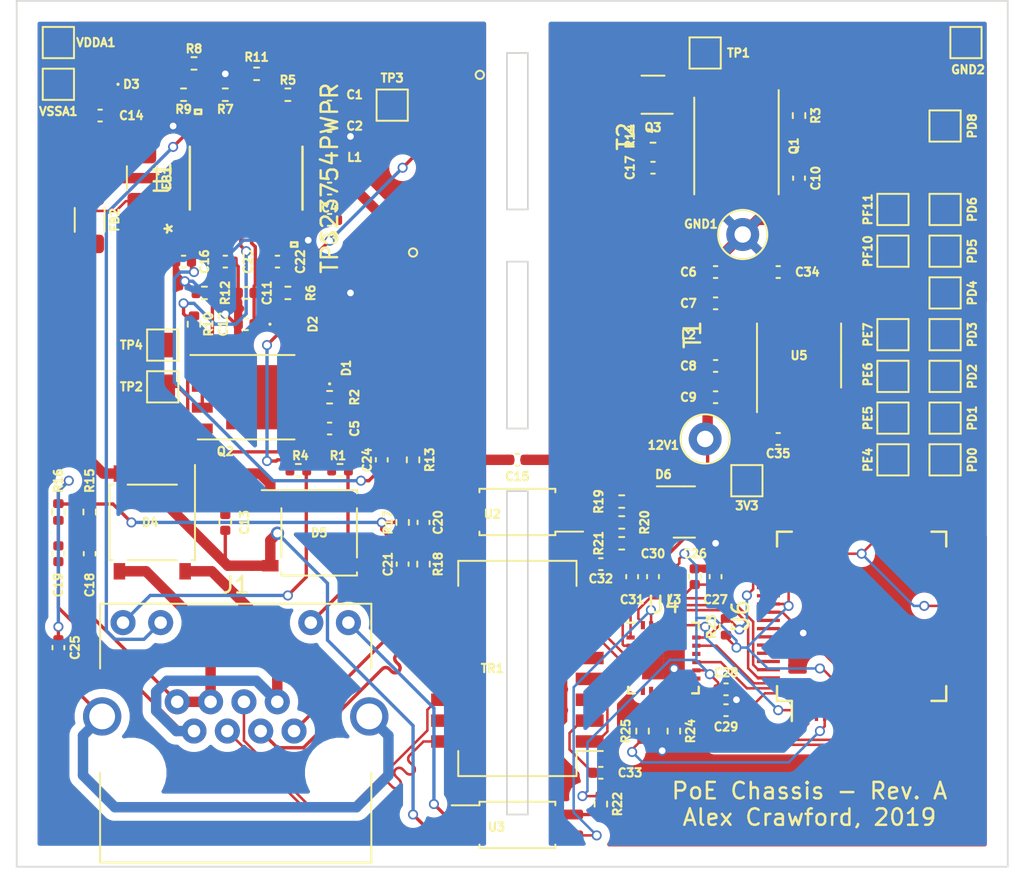
<source format=kicad_pcb>
(kicad_pcb (version 20211014) (generator pcbnew)
  (layers (0 "F.Cu" signal) (31 "B.Cu" signal) (34 "B.Paste" user) (35 "F.Paste" user) (36 "B.SilkS" user "B.Silkscreen") (37 "F.SilkS" user "F.Silkscreen") (38 "B.Mask" user) (39 "F.Mask" user) (44 "Edge.Cuts" user))
  (net 0 "")
  (net 1 "VDDA")
  (net 2 "GNDA")
  (net 3 "+12V")
  (net 4 "VSSA")
  (net 5 "/VB")
  (net 6 "Net-(C19-Pad1)")
  (net 8 "Net-(C20-Pad2)")
  (net 9 "Net-(C21-Pad2)")
  (net 10 "Net-(C21-Pad1)")
  (net 11 "Net-(C22-Pad2)")
  (net 12 "Net-(C22-Pad1)")
  (net 13 "Net-(C23-Pad2)")
  (net 14 "/CTL")
  (net 15 "+3V3")
  (net 16 "/1V2")
  (net 17 "/3V3")
  (net 18 "Net-(Q1-Pad4)")
  (net 19 "Net-(R5-Pad1)")
  (net 20 "Net-(R9-Pad1)")
  (net 21 "Net-(R11-Pad1)")
  (net 22 "ETH_INT")
  (net 23 "Net-(R24-Pad1)")
  (net 24 "Net-(R25-Pad1)")
  (net 25 "ETH_RMII_REFCLK")
  (net 26 "ETH_MDIO")
  (net 27 "ETH_MDC")
  (net 28 "ETH_RMII_RXD1")
  (net 29 "ETH_RMII_RXD0")
  (net 30 "ETH_RMII_CRS_DV")
  (net 31 "ETH_RMII_RX_ERR")
  (net 32 "ETH_RMII_TX_EN")
  (net 33 "ETH_RMII_TXD0")
  (net 34 "ETH_RMII_TXD1")
  (net 35 "ETH_RSTn")
  (net 36 "ETH_TX_C")
  (net 37 "ETH_RX_C")
  (net 38 "Net-(C19-Pad2)")
  (net 39 "Net-(D2-Pad2)")
  (net 40 "Net-(J1-Pad12)")
  (net 41 "Net-(J1-Pad10)")
  (net 72 "Net-(C1-Pad1)")
  (net 73 "Earth")
  (net 74 "Net-(C3-Pad1)")
  (net 75 "Net-(C5-Pad2)")
  (net 76 "GNDD")
  (net 77 "Net-(C6-Pad1)")
  (net 78 "Net-(C10-Pad2)")
  (net 79 "Net-(C10-Pad1)")
  (net 80 "/VC")
  (net 81 "Net-(C14-Pad2)")
  (net 82 "Net-(C17-Pad2)")
  (net 83 "Net-(C17-Pad1)")
  (net 84 "Net-(C18-Pad2)")
  (net 85 "Net-(C18-Pad1)")
  (net 86 "Net-(C25-Pad2)")
  (net 87 "Net-(D1-Pad2)")
  (net 88 "Net-(D6-Pad2)")
  (net 89 "Net-(D6-Pad1)")
  (net 90 "ETH_LED")
  (net 91 "Net-(R6-Pad2)")
  (net 92 "Net-(R7-Pad1)")
  (net 93 "Net-(R8-Pad1)")
  (net 94 "Net-(R10-Pad2)")
  (net 95 "Net-(R19-Pad2)")
  (net 96 "/T2P")
  (net 100 "Net-(Q2-Pad4)")
  (net 101 "/ETH_LED0")
  (net 102 "Net-(R22-Pad2)")
  (net 103 "/RX-")
  (net 104 "/RX+")
  (net 105 "/TX-")
  (net 106 "/TX+")
  (net 107 "ETH_RX-")
  (net 108 "ETH_RX+")
  (net 109 "ETH_TX-")
  (net 110 "ETH_TX+")
  (net 111 "Net-(PD0-Pad1)")
  (net 112 "Net-(PD1-Pad1)")
  (net 113 "Net-(PD2-Pad1)")
  (net 114 "Net-(PD3-Pad1)")
  (net 115 "Net-(PD4-Pad1)")
  (net 116 "Net-(PD5-Pad1)")
  (net 117 "Net-(PD6-Pad1)")
  (net 118 "Net-(PD8-Pad1)")
  (net 119 "Net-(PE4-Pad1)")
  (net 120 "Net-(PE5-Pad1)")
  (net 121 "Net-(PE6-Pad1)")
  (net 122 "Net-(PE7-Pad1)")
  (net 123 "Net-(PF10-Pad1)")
  (net 124 "Net-(PF11-Pad1)")
  (footprint "common:RJHSE-538X" (layer "F.Cu") (at 122.555 118.11)
    (fp_text reference "J1")
    (fp_text value "RJ45_LED_Shielded")
  )
  (footprint "Resistor_SMD:R_1206_3216Metric" (layer "F.Cu") (at 116.84 81.915 -90)
    (fp_text reference "FB1")
    (fp_text value "Ferrite_Bead_Small")
  )
  (footprint "Capacitor_SMD:C_0402_1005Metric" (layer "F.Cu") (at 114.3 78.105 180)
    (fp_text reference "C14")
    (fp_text value "0u1")
  )
  (footprint "Resistor_SMD:R_0402_1005Metric" (layer "F.Cu") (at 146.05 101.6 180)
    (fp_text reference "R19")
    (fp_text value "1k")
  )
  (footprint "Capacitor_SMD:C_0402_1005Metric" (layer "F.Cu") (at 123.19 88.9 180)
    (fp_text reference "C11")
    (fp_text value "1u")
  )
  (footprint "Capacitor_SMD:C_0402_1005Metric" (layer "F.Cu") (at 151.765 95.25)
    (fp_text reference "C9")
    (fp_text value "1u")
  )
  (footprint "Resistor_SMD:R_1206_3216Metric" (layer "F.Cu") (at 113.665 84.455 -90)
    (fp_text reference "FB2")
    (fp_text value "Ferrite_Bead_Small")
  )
  (footprint "Capacitor_SMD:C_0402_1005Metric" (layer "F.Cu") (at 151.765 93.345)
    (fp_text reference "C8")
    (fp_text value "330u")
  )
  (footprint "Capacitor_SMD:C_0402_1005Metric" (layer "F.Cu") (at 128.27 84.455 180)
    (fp_text reference "C3")
    (fp_text value "1u")
  )
  (footprint "Capacitor_SMD:C_0402_1005Metric" (layer "F.Cu") (at 128.27 78.74)
    (fp_text reference "C2")
    (fp_text value "47u")
  )
  (footprint "Capacitor_SMD:C_0402_1005Metric" (layer "F.Cu") (at 128.27 76.835)
    (fp_text reference "C1")
    (fp_text value "0u1")
  )
  (footprint "Capacitor_SMD:C_0402_1005Metric" (layer "F.Cu") (at 156.845 81.915 -90)
    (fp_text reference "C10")
    (fp_text value "1n2")
  )
  (footprint "Diode_SMD:D_0402_1005Metric" (layer "F.Cu") (at 128.27 93.345 90)
    (fp_text reference "D1")
    (fp_text value "D")
  )
  (footprint "Capacitor_SMD:C_0402_1005Metric" (layer "F.Cu") (at 151.765 89.535)
    (fp_text reference "C7")
    (fp_text value "330u")
  )
  (footprint "Resistor_SMD:R_0402_1005Metric" (layer "F.Cu") (at 120.015 90.805 90)
    (fp_text reference "R10")
    (fp_text value "10")
  )
  (footprint "Capacitor_SMD:C_0402_1005Metric" (layer "F.Cu") (at 151.765 87.63)
    (fp_text reference "C6")
    (fp_text value "141u")
  )
  (footprint "Capacitor_SMD:C_0402_1005Metric" (layer "F.Cu") (at 128.27 82.55 180)
    (fp_text reference "C4")
    (fp_text value "1u")
  )
  (footprint "Capacitor_SMD:C_0402_1005Metric" (layer "F.Cu") (at 128.27 97.155 180)
    (fp_text reference "C5")
    (fp_text value "0u1")
  )
  (footprint "Resistor_SMD:R_0402_1005Metric" (layer "F.Cu") (at 147.32 115.57 -90)
    (fp_text reference "R25")
    (fp_text value "49R9")
  )
  (footprint "Resistor_SMD:R_0402_1005Metric" (layer "F.Cu") (at 147.955 79.375)
    (fp_text reference "R14")
    (fp_text value "10k")
  )
  (footprint "Capacitor_SMD:C_0402_1005Metric" (layer "F.Cu") (at 155.575 87.63)
    (fp_text reference "C34")
    (fp_text value "0u33")
  )
  (footprint "Capacitor_SMD:C_0402_1005Metric" (layer "F.Cu") (at 155.575 97.79)
    (fp_text reference "C35")
    (fp_text value "0u1")
  )
  (footprint "Resistor_SMD:R_0402_1005Metric" (layer "F.Cu") (at 149.225 115.57 -90)
    (fp_text reference "R24")
    (fp_text value "6k49")
  )
  (footprint "Resistor_SMD:R_0402_1005Metric" (layer "F.Cu") (at 133.985 105.41 90)
    (fp_text reference "R18")
    (fp_text value "75")
  )
  (footprint "Resistor_SMD:R_0402_1005Metric" (layer "F.Cu") (at 146.05 104.14)
    (fp_text reference "R21")
    (fp_text value "13k3")
  )
  (footprint "Resistor_SMD:R_0402_1005Metric" (layer "F.Cu") (at 144.78 120.015 -90)
    (fp_text reference "R22")
    (fp_text value "100")
  )
  (footprint "Resistor_SMD:R_0402_1005Metric" (layer "F.Cu") (at 111.76 102.235 90)
    (fp_text reference "R16")
    (fp_text value "75")
  )
  (footprint "Resistor_SMD:R_0402_1005Metric" (layer "F.Cu") (at 133.35 99.06 90)
    (fp_text reference "R13")
    (fp_text value "2k")
  )
  (footprint "Resistor_SMD:R_0402_1005Metric" (layer "F.Cu") (at 120.65 88.9)
    (fp_text reference "R12")
    (fp_text value "0R18")
  )
  (footprint "common:QFP-64" (layer "F.Cu") (at 160.655 108.585 90)
    (fp_text reference "U6")
    (fp_text value "EFM32GG11B8xx")
  )
  (footprint "Resistor_SMD:R_0402_1005Metric" (layer "F.Cu") (at 132.715 102.87 90)
    (fp_text reference "R17")
    (fp_text value "75")
  )
  (footprint "Resistor_SMD:R_0402_1005Metric" (layer "F.Cu") (at 146.05 102.87 180)
    (fp_text reference "R20")
    (fp_text value "115k")
  )
  (footprint "Capacitor_SMD:C_0402_1005Metric" (layer "F.Cu") (at 150.495 106.172 90)
    (fp_text reference "C26")
    (fp_text value "2u2")
  )
  (footprint "Capacitor_SMD:C_0402_1005Metric" (layer "F.Cu") (at 147.955 81.28 180)
    (fp_text reference "C17")
    (fp_text value "0u47")
  )
  (footprint "Capacitor_SMD:C_0402_1005Metric" (layer "F.Cu") (at 119.38 86.995 180)
    (fp_text reference "C16")
    (fp_text value "1u")
  )
  (footprint "Capacitor_SMD:C_0402_1005Metric" (layer "F.Cu") (at 147.955 106.172 90)
    (fp_text reference "C30")
    (fp_text value "22")
  )
  (footprint "Capacitor_SMD:C_0402_1005Metric" (layer "F.Cu") (at 131.445 99.06 90)
    (fp_text reference "C24")
    (fp_text value "3n3")
  )
  (footprint "Capacitor_SMD:C_0402_1005Metric" (layer "F.Cu") (at 133.985 102.87 -90)
    (fp_text reference "C20")
    (fp_text value "0u01")
  )
  (footprint "Capacitor_SMD:C_0402_1005Metric" (layer "F.Cu") (at 111.76 104.775 90)
    (fp_text reference "C19")
    (fp_text value "0u01")
  )
  (footprint "Capacitor_SMD:C_0402_1005Metric" (layer "F.Cu") (at 121.92 102.87 -90)
    (fp_text reference "C13")
    (fp_text value "1n")
  )
  (footprint "Capacitor_SMD:C_0402_1005Metric" (layer "F.Cu") (at 151.765 106.172 90)
    (fp_text reference "C27")
    (fp_text value "0u1")
  )
  (footprint "Capacitor_SMD:C_0402_1005Metric" (layer "F.Cu") (at 121.92 86.995 180)
    (fp_text reference "C23")
    (fp_text value "330p")
  )
  (footprint "Capacitor_SMD:C_0402_1005Metric" (layer "F.Cu") (at 139.7 99.06 180)
    (fp_text reference "C15")
    (fp_text value "2u2")
  )
  (footprint "Capacitor_SMD:C_0402_1005Metric" (layer "F.Cu") (at 132.715 105.41 90)
    (fp_text reference "C21")
    (fp_text value "0u01")
  )
  (footprint "Capacitor_SMD:C_0402_1005Metric" (layer "F.Cu") (at 125.095 86.995 180)
    (fp_text reference "C22")
    (fp_text value "0u47")
  )
  (footprint "Capacitor_SMD:C_0402_1005Metric" (layer "F.Cu") (at 113.665 104.775 90)
    (fp_text reference "C18")
    (fp_text value "0u01")
  )
  (footprint "Capacitor_SMD:C_0402_1005Metric" (layer "F.Cu") (at 123.19 90.805 180)
    (fp_text reference "C12")
    (fp_text value "22u")
  )
  (footprint "Capacitor_SMD:C_0402_1005Metric" (layer "F.Cu") (at 111.76 110.49 90)
    (fp_text reference "C25")
    (fp_text value "1n")
  )
  (footprint "Package_SO:PowerPAK_SO-8_Single" (layer "F.Cu") (at 123.19 95.25)
    (fp_text reference "Q2")
    (fp_text value "Si7898DP")
  )
  (footprint "Package_SO:SOP-4_4.4x2.6mm_P1.27mm" (layer "F.Cu") (at 139.7 121.285)
    (fp_text reference "U3")
    (fp_text value "TCMT1107")
  )
  (footprint "common:GDTI_EP7" (layer "F.Cu") (at 139.7 79.375 -90)
    (fp_text reference "T2")
    (fp_text value "Pulse_Transformer")
  )
  (footprint "Package_TO_SOT_SMD:SOT-363_SC-70-6" (layer "F.Cu") (at 147.955 76.835 180)
    (fp_text reference "Q3")
    (fp_text value "MMDT3906")
  )
  (footprint "Package_SO:PowerPAK_SO-8_Single" (layer "F.Cu") (at 153.035 79.955 -90)
    (fp_text reference "Q1")
    (fp_text value "SiR422DP")
  )
  (footprint "Inductor_SMD:L_0402_1005Metric" (layer "F.Cu") (at 128.27 80.645)
    (fp_text reference "L1")
    (fp_text value "3u3")
  )
  (footprint "Diode_SMD:D_0402_1005Metric" (layer "F.Cu") (at 125.73 90.805)
    (fp_text reference "D2")
    (fp_text value "D")
  )
  (footprint "Resistor_SMD:R_0402_1005Metric" (layer "F.Cu") (at 125.73 88.9 180)
    (fp_text reference "R6")
    (fp_text value "10")
  )
  (footprint "Resistor_SMD:R_0402_1005Metric" (layer "F.Cu") (at 156.845 78.105 -90)
    (fp_text reference "R3")
    (fp_text value "10")
  )
  (footprint "Diode_SMD:D_0402_1005Metric" (layer "F.Cu") (at 114.3 76.2 180)
    (fp_text reference "D3")
    (fp_text value "D_Zener")
  )
  (footprint "Resistor_SMD:R_0402_1005Metric" (layer "F.Cu") (at 121.92 76.835 180)
    (fp_text reference "R7")
    (fp_text value "22k1")
  )
  (footprint "Resistor_SMD:R_0402_1005Metric" (layer "F.Cu") (at 123.825 75.565)
    (fp_text reference "R11")
    (fp_text value "63R4")
  )
  (footprint "Capacitor_SMD:C_0402_1005Metric" (layer "F.Cu") (at 144.78 118.11)
    (fp_text reference "C33")
    (fp_text value "0u1")
  )
  (footprint "Capacitor_SMD:C_0402_1005Metric" (layer "F.Cu") (at 144.78 105.41)
    (fp_text reference "C32")
    (fp_text value "0u1")
  )
  (footprint "Resistor_SMD:R_0402_1005Metric" (layer "F.Cu") (at 119.38 76.835 180)
    (fp_text reference "R9")
    (fp_text value "69k8")
  )
  (footprint "Resistor_SMD:R_0402_1005Metric" (layer "F.Cu") (at 120.015 74.93 180)
    (fp_text reference "R8")
    (fp_text value "69k8")
  )
  (footprint "Resistor_SMD:R_0402_1005Metric" (layer "F.Cu") (at 125.73 76.835)
    (fp_text reference "R5")
    (fp_text value "24k9")
  )
  (footprint "Inductor_SMD:L_0402_1005Metric" (layer "F.Cu") (at 151.765 91.44)
    (fp_text reference "L2")
    (fp_text value "0u33")
  )
  (footprint "Capacitor_SMD:C_0402_1005Metric" (layer "F.Cu") (at 146.685 106.172 90)
    (fp_text reference "C31")
    (fp_text value "0u1")
  )
  (footprint "Resistor_SMD:R_0402_1005Metric" (layer "F.Cu") (at 128.27 95.25 180)
    (fp_text reference "R2")
    (fp_text value "39K")
  )
  (footprint "Resistor_SMD:R_0402_1005Metric" (layer "F.Cu") (at 126.365 99.695 180)
    (fp_text reference "R4")
    (fp_text value "1k2")
  )
  (footprint "Package_SO:SOP-4_4.4x2.6mm_P1.27mm" (layer "F.Cu") (at 139.7 102.235 180)
    (fp_text reference "U2")
    (fp_text value "TCMT1107")
  )
  (footprint "Diode_SMD:Diode_Bridge_Diotec_ABS" (layer "F.Cu") (at 127.635 103.505)
    (fp_text reference "D5")
    (fp_text value "D_Bridge_+-AA")
  )
  (footprint "Package_TO_SOT_SMD:SOT-23" (layer "F.Cu") (at 149.86 102.235)
    (fp_text reference "D6")
    (fp_text value "TL431DBZ")
  )
  (footprint "common:POE_EP13" (layer "F.Cu") (at 139.7 91.44 -90)
    (fp_text reference "T1")
    (fp_text value "PoE_Transformer")
  )
  (footprint "common:QFN-24" (layer "F.Cu") (at 148.59 111.125)
    (fp_text reference "U4")
    (fp_text value "KSZ8081RND")
  )
  (footprint "Package_SO:SOIC-8_3.9x4.9mm_P1.27mm" (layer "F.Cu") (at 156.845 92.71 90)
    (fp_text reference "U5")
    (fp_text value "L78L33_SO8")
  )
  (footprint "common:TSSOP-20" (layer "F.Cu") (at 123.19 81.915 90)
    (fp_text reference "U1")
    (fp_text value "TPS23754PWPR")
  )
  (footprint "Resistor_SMD:R_0402_1005Metric" (layer "F.Cu") (at 113.665 102.235 90)
    (fp_text reference "R15")
    (fp_text value "75")
  )
  (footprint "Diode_SMD:Diode_Bridge_Diotec_ABS" (layer "F.Cu") (at 117.475 102.87 -90)
    (fp_text reference "D4")
    (fp_text value "D_Bridge_+-AA")
  )
  (footprint "Inductor_SMD:L_0402_1005Metric" (layer "F.Cu") (at 149.225 106.172 -90)
    (fp_text reference "L3")
    (fp_text value "Ferrite_Bead")
  )
  (footprint "Resistor_SMD:R_0402_1005Metric" (layer "F.Cu") (at 152.4 109.22 90)
    (fp_text reference "R23")
    (fp_text value "1k")
  )
  (footprint "Capacitor_SMD:C_0402_1005Metric" (layer "F.Cu") (at 152.4 114.3)
    (fp_text reference "C29")
    (fp_text value "0u1")
  )
  (footprint "Capacitor_SMD:C_0402_1005Metric" (layer "F.Cu") (at 152.4 113.03)
    (fp_text reference "C28")
    (fp_text value "22")
  )
  (footprint "TestPoint:TestPoint_Pad_1.5x1.5mm" (layer "F.Cu") (at 165.735 99.06)
    (fp_text reference "PD0")
    (fp_text value "TestPoint")
  )
  (footprint "TestPoint:TestPoint_Pad_1.5x1.5mm" (layer "F.Cu") (at 165.735 93.98)
    (fp_text reference "PD2")
    (fp_text value "TestPoint")
  )
  (footprint "TestPoint:TestPoint_Pad_1.5x1.5mm" (layer "F.Cu") (at 165.735 96.52)
    (fp_text reference "PD1")
    (fp_text value "TestPoint")
  )
  (footprint "TestPoint:TestPoint_Pad_1.5x1.5mm" (layer "F.Cu") (at 162.56 91.44 -90)
    (fp_text reference "PE7")
    (fp_text value "TestPoint")
  )
  (footprint "TestPoint:TestPoint_Pad_1.5x1.5mm" (layer "F.Cu") (at 162.56 83.82)
    (fp_text reference "PF11")
    (fp_text value "TestPoint")
  )
  (footprint "TestPoint:TestPoint_Pad_1.5x1.5mm" (layer "F.Cu") (at 165.735 91.44)
    (fp_text reference "PD3")
    (fp_text value "TestPoint")
  )
  (footprint "TestPoint:TestPoint_Pad_1.5x1.5mm" (layer "F.Cu") (at 165.735 78.74)
    (fp_text reference "PD8")
    (fp_text value "TestPoint")
  )
  (footprint "TestPoint:TestPoint_Pad_1.5x1.5mm" (layer "F.Cu") (at 165.735 83.82)
    (fp_text reference "PD6")
    (fp_text value "TestPoint")
  )
  (footprint "TestPoint:TestPoint_Pad_1.5x1.5mm" (layer "F.Cu") (at 162.56 99.06 -90)
    (fp_text reference "PE4")
    (fp_text value "TestPoint")
  )
  (footprint "TestPoint:TestPoint_Pad_1.5x1.5mm" (layer "F.Cu") (at 165.735 88.9)
    (fp_text reference "PD4")
    (fp_text value "TestPoint")
  )
  (footprint "TestPoint:TestPoint_Pad_1.5x1.5mm" (layer "F.Cu") (at 162.56 86.36)
    (fp_text reference "PF10")
    (fp_text value "TestPoint")
  )
  (footprint "TestPoint:TestPoint_Pad_1.5x1.5mm" (layer "F.Cu") (at 162.56 93.98 -90)
    (fp_text reference "PE6")
    (fp_text value "TestPoint")
  )
  (footprint "TestPoint:TestPoint_Pad_1.5x1.5mm" (layer "F.Cu") (at 162.56 96.52 -90)
    (fp_text reference "PE5")
    (fp_text value "TestPoint")
  )
  (footprint "TestPoint:TestPoint_Pad_1.5x1.5mm" (layer "F.Cu") (at 165.735 86.36)
    (fp_text reference "PD5")
    (fp_text value "TestPoint")
  )
  (footprint "TestPoint:TestPoint_Pad_1.5x1.5mm" (layer "F.Cu") (at 111.76 73.66)
    (fp_text reference "VDDA1")
    (fp_text value "TestPoint")
  )
  (footprint "TestPoint:TestPoint_Loop_D1.80mm_Drill1.0mm_Beaded" (layer "F.Cu") (at 151.13 97.79)
    (fp_text reference "12V1")
    (fp_text value "TestPoint")
  )
  (footprint "TestPoint:TestPoint_Pad_1.5x1.5mm" (layer "F.Cu") (at 153.67 100.33)
    (fp_text reference "3V3")
    (fp_text value "TestPoint")
  )
  (footprint "TestPoint:TestPoint_Pad_1.5x1.5mm" (layer "F.Cu") (at 111.76 76.2)
    (fp_text reference "VSSA1")
    (fp_text value "TestPoint")
  )
  (footprint "TestPoint:TestPoint_Loop_D1.80mm_Drill1.0mm_Beaded" (layer "F.Cu") (at 153.416 85.344)
    (fp_text reference "GND1")
    (fp_text value "TestPoint")
  )
  (footprint "TestPoint:TestPoint_Pad_1.5x1.5mm" (layer "F.Cu") (at 167.005 73.66)
    (fp_text reference "GND2")
    (fp_text value "TestPoint")
  )
  (footprint "TestPoint:TestPoint_Pad_1.5x1.5mm" (layer "F.Cu") (at 151.13 74.295)
    (fp_text reference "TP1")
    (fp_text value "TestPoint")
  )
  (footprint "TestPoint:TestPoint_Pad_1.5x1.5mm" (layer "F.Cu") (at 118.11 94.615)
    (fp_text reference "TP2")
    (fp_text value "TestPoint")
  )
  (footprint "TestPoint:TestPoint_Pad_1.5x1.5mm" (layer "F.Cu") (at 132.08 77.47)
    (fp_text reference "TP3")
    (fp_text value "TestPoint")
  )
  (footprint "TestPoint:TestPoint_Pad_1.5x1.5mm" (layer "F.Cu") (at 118.11 92.075)
    (fp_text reference "TP4")
    (fp_text value "TestPoint")
  )
  (footprint "Resistor_SMD:R_0402_1005Metric" (layer "F.Cu") (at 128.905 99.695 180)
    (fp_text reference "R1")
    (fp_text value "1k2")
  )
  (footprint "Transformer_SMD:Transformer_Ethernet_Bourns_PT61017PEL" (layer "F.Cu") (at 139.7 111.76 180)
    (fp_text reference "TR1")
    (fp_text value "PT61017PEL")
  )
  (gr_line (start 169.545 123.825) (end 169.545 71.12) (layer "Edge.Cuts") (width 0.1))
  (gr_line (start 169.545 123.825) (end 109.22 123.825) (layer "Edge.Cuts") (width 0.1))
  (gr_line (start 109.22 71.12) (end 169.545 71.12) (layer "Edge.Cuts") (width 0.1))
  (gr_line (start 139.065 97.155) (end 140.335 97.155) (layer "Edge.Cuts") (width 0.1))
  (gr_line (start 139.065 83.82) (end 140.335 83.82) (layer "Edge.Cuts") (width 0.1))
  (gr_line (start 140.335 86.995) (end 140.335 97.155) (layer "Edge.Cuts") (width 0.1))
  (gr_line (start 139.065 97.155) (end 139.065 86.995) (layer "Edge.Cuts") (width 0.1))
  (gr_line (start 139.065 100.965) (end 139.065 120.65) (layer "Edge.Cuts") (width 0.1))
  (gr_line (start 140.335 100.965) (end 139.065 100.965) (layer "Edge.Cuts") (width 0.1))
  (gr_line (start 109.22 71.12) (end 109.22 123.825) (layer "Edge.Cuts") (width 0.1))
  (gr_line (start 139.065 74.295) (end 140.335 74.295) (layer "Edge.Cuts") (width 0.1))
  (gr_line (start 139.065 83.82) (end 139.065 74.295) (layer "Edge.Cuts") (width 0.1))
  (gr_line (start 139.065 120.65) (end 140.335 120.65) (layer "Edge.Cuts") (width 0.1))
  (gr_line (start 139.065 86.995) (end 140.335 86.995) (layer "Edge.Cuts") (width 0.1))
  (gr_line (start 140.335 74.295) (end 140.335 83.82) (layer "Edge.Cuts") (width 0.1))
  (gr_line (start 140.335 120.65) (end 140.335 100.965) (layer "Edge.Cuts") (width 0.1))
  (gr_text "PoE Chassis - Rev. A\nAlex Crawford, 2019" (at 157.48 120.015) (layer "F.SilkS") (effects (font (size 1 1))))
  (segment (start 124.66 100.52) (end 124.66 101.505) (width 0.635) (layer "F.Cu") (net 1))
  (segment (start 124.035 99.895) (end 124.66 100.52) (width 0.635) (layer "F.Cu") (net 1))
  (segment (start 122.12 99.895) (end 124.035 99.895) (width 0.635) (layer "F.Cu") (net 1))
  (segment (start 119.475 99.895) (end 122.12 99.895) (width 0.635) (layer "F.Cu") (net 1))
  (segment (start 121.92 102.385) (end 121.92 100.095) (width 0.2032) (layer "F.Cu") (net 1))
  (segment (start 121.92 100.095) (end 122.12 99.895) (width 0.2032) (layer "F.Cu") (net 1))
  (segment (start 115.27139 83.90861) (end 115.865 83.315) (width 0.1524) (layer "F.Cu") (net 1))
  (segment (start 116.14429 84.01071) (end 116.14429 97.54929) (width 0.635) (layer "F.Cu") (net 1))
  (segment (start 118.49 99.895) (end 119.475 99.895) (width 0.635) (layer "F.Cu") (net 1))
  (segment (start 111.76 73.66) (end 112.6624 73.66) (width 0.1524) (layer "F.Cu") (net 1))
  (segment (start 116.84 83.315) (end 116.14429 84.01071) (width 0.635) (layer "F.Cu") (net 1))
  (segment (start 115.865 83.315) (end 116.84 83.315) (width 0.1524) (layer "F.Cu") (net 1))
  (segment (start 112.841752 83.90861) (end 115.27139 83.90861) (width 0.1524) (layer "F.Cu") (net 1))
  (segment (start 116.14429 97.54929) (end 118.49 99.895) (width 0.635) (layer "F.Cu") (net 1))
  (segment (start 112.56139 83.628248) (end 112.841752 83.90861) (width 0.1524) (layer "F.Cu") (net 1))
  (segment (start 112.56139 82.481752) (end 112.56139 83.628248) (width 0.1524) (layer "F.Cu") (net 1))
  (segment (start 112.6624 73.66) (end 112.738601 73.736201) (width 0.1524) (layer "F.Cu") (net 1))
  (segment (start 112.738601 82.304541) (end 112.56139 82.481752) (width 0.1524) (layer "F.Cu") (net 1))
  (segment (start 112.738601 73.736201) (end 112.738601 82.304541) (width 0.1524) (layer "F.Cu") (net 1))
  (segment (start 139.215 99.06) (end 137.795 99.06) (width 0.635) (layer "F.Cu") (net 2))
  (segment (start 122.705 90.805) (end 122.555 90.805) (width 0.2032) (layer "F.Cu") (net 2))
  (segment (start 122.555 90.805) (end 121.92 90.17) (width 0.2032) (layer "F.Cu") (net 2))
  (segment (start 118.895 86.995) (end 118.895 87.63) (width 0.2032) (layer "F.Cu") (net 2))
  (segment (start 118.895 87.63) (end 119.455 88.19) (width 0.2032) (layer "F.Cu") (net 2))
  (segment (start 131.425 88.94) (end 129.58 88.94) (width 0.2032) (layer "F.Cu") (net 2))
  (segment (start 129.58 88.94) (end 129.54 88.9) (width 0.2032) (layer "F.Cu") (net 2))
  (segment (start 119.455 88.19) (end 120.165 88.9) (width 0.2032) (layer "F.Cu") (net 2))
  (segment (start 128.905 78.74) (end 129.54 79.375) (width 0.2032) (layer "F.Cu") (net 2))
  (segment (start 128.755 78.74) (end 128.905 78.74) (width 0.2032) (layer "F.Cu") (net 2))
  (segment (start 122.705 88.9) (end 122.705 89.385) (width 0.2032) (layer "F.Cu") (net 2))
  (segment (start 126.9675 85.6925) (end 127.785 84.875) (width 0.2032) (layer "F.Cu") (net 2))
  (segment (start 122.705 89.385) (end 121.92 90.17) (width 0.2032) (layer "F.Cu") (net 2))
  (segment (start 127.785 84.875) (end 127.785 84.455) (width 0.2032) (layer "F.Cu") (net 2))
  (segment (start 125.46 84.865) (end 125.46 85.7932) (width 0.2032) (layer "F.Cu") (net 2))
  (segment (start 126.765199 85.894801) (end 126.9675 85.6925) (width 0.2032) (layer "F.Cu") (net 2))
  (segment (start 125.561601 85.894801) (end 126.765199 85.894801) (width 0.2032) (layer "F.Cu") (net 2))
  (segment (start 125.46 85.7932) (end 125.561601 85.894801) (width 0.2032) (layer "F.Cu") (net 2))
  (segment (start 124.81 84.865) (end 125.46 84.865) (width 0.2032) (layer "F.Cu") (net 2))
  (segment (start 122.705 88.9) (end 122.705 87.295) (width 0.2032) (layer "F.Cu") (net 2))
  (segment (start 122.705 87.295) (end 122.405 86.995) (width 0.2032) (layer "F.Cu") (net 2))
  (segment (start 121.435 76.05) (end 121.92 75.565) (width 0.2032) (layer "F.Cu") (net 2))
  (segment (start 121.435 76.835) (end 121.435 76.05) (width 0.2032) (layer "F.Cu") (net 2))
  (segment (start 122.22 84.865) (end 122.22 86.81) (width 0.2032) (layer "F.Cu") (net 2))
  (segment (start 122.22 86.81) (end 122.405 86.995) (width 0.2032) (layer "F.Cu") (net 2))
  (segment (start 122.22 77.62) (end 121.435 76.835) (width 0.2032) (layer "F.Cu") (net 2))
  (segment (start 122.22 78.965) (end 122.22 77.62) (width 0.2032) (layer "F.Cu") (net 2))
  (segment (start 119.53 74.93) (end 119.53 76.2) (width 0.2032) (layer "F.Cu") (net 2))
  (segment (start 119.53 76.2) (end 118.895 76.835) (width 0.2032) (layer "F.Cu") (net 2))
  (segment (start 118.895 76.835) (end 118.895 78.59) (width 0.2032) (layer "F.Cu") (net 2))
  (segment (start 127.785 84.455) (end 127.785 82.55) (width 0.2032) (layer "F.Cu") (net 2))
  (segment (start 118.895 78.59) (end 118.745 78.74) (width 0.2032) (layer "F.Cu") (net 2))
  (via (at 121.92 90.17) (size 0.6096) (drill 0.4064) (layers "F.Cu" "B.Cu") (net 2))
  (via (at 119.455 88.19) (size 0.6096) (drill 0.4064) (layers "F.Cu" "B.Cu") (net 2))
  (via (at 121.92 75.565) (size 0.6096) (drill 0.4064) (layers "F.Cu" "B.Cu") (net 2))
  (via (at 126.9675 85.6925) (size 0.6096) (drill 0.4064) (layers "F.Cu" "B.Cu") (net 2))
  (via (at 129.54 79.375) (size 0.6096) (drill 0.4064) (layers "F.Cu" "B.Cu") (net 2))
  (via (at 118.745 78.74) (size 0.6096) (drill 0.4064) (layers "F.Cu" "B.Cu") (net 2))
  (via (at 129.54 88.9) (size 0.6096) (drill 0.4064) (layers "F.Cu" "B.Cu") (net 2))
  (segment (start 126.9675 85.6925) (end 123.030474 85.6925) (width 0.2032) (layer "B.Cu") (net 2))
  (segment (start 119.94 88.19) (end 119.455 88.19) (width 0.2032) (layer "B.Cu") (net 2))
  (segment (start 123.030474 85.6925) (end 121.92 86.802974) (width 0.2032) (layer "B.Cu") (net 2))
  (segment (start 121.92 86.802974) (end 121.92 89.738948) (width 0.2032) (layer "B.Cu") (net 2))
  (segment (start 129.54 79.375) (end 126.9675 81.9475) (width 0.2032) (layer "B.Cu") (net 2))
  (segment (start 121.92 90.17) (end 119.94 88.19) (width 0.2032) (layer "B.Cu") (net 2))
  (segment (start 126.9675 81.9475) (end 126.9675 85.6925) (width 0.2032) (layer "B.Cu") (net 2))
  (segment (start 121.92 89.738948) (end 121.92 90.17) (width 0.2032) (layer "B.Cu") (net 2))
  (segment (start 151.28 95.25) (end 151.28 93.345) (width 0.635) (layer "F.Cu") (net 3))
  (segment (start 151.28 95.67) (end 151.28 95.25) (width 0.2032) (layer "F.Cu") (net 3))
  (segment (start 149.278192 102.17401) (end 151.28 100.172202) (width 0.2032) (layer "F.Cu") (net 3))
  (segment (start 146.26099 102.17401) (end 149.278192 102.17401) (width 0.2032) (layer "F.Cu") (net 3))
  (segment (start 145.565 102.87) (end 146.26099 102.17401) (width 0.2032) (layer "F.Cu") (net 3))
  (segment (start 151.28 92.925) (end 151.28 93.345) (width 0.635) (layer "F.Cu") (net 3))
  (segment (start 152.25 91.86) (end 151.28 92.83) (width 0.635) (layer "F.Cu") (net 3))
  (segment (start 152.25 91.44) (end 152.25 91.86) (width 0.635) (layer "F.Cu") (net 3))
  (segment (start 151.28 92.83) (end 151.28 92.925) (width 0.635) (layer "F.Cu") (net 3))
  (segment (start 142.8875 102.87) (end 145.565 102.87) (width 0.2032) (layer "F.Cu") (net 3))
  (segment (start 152.3169 96.035) (end 151.28 96.035) (width 0.1524) (layer "F.Cu") (net 3))
  (segment (start 151.28 96.035) (end 151.28 95.67) (width 0.2032) (layer "F.Cu") (net 3))
  (segment (start 154.94 90.235) (end 154.94 93.4119) (width 0.1524) (layer "F.Cu") (net 3))
  (segment (start 154.94 87.78) (end 155.09 87.63) (width 0.1524) (layer "F.Cu") (net 3))
  (segment (start 154.94 93.4119) (end 152.3169 96.035) (width 0.1524) (layer "F.Cu") (net 3))
  (segment (start 151.28 100.172202) (end 151.28 96.035) (width 0.2032) (layer "F.Cu") (net 3))
  (segment (start 151.28 97.64) (end 151.13 97.79) (width 0.635) (layer "F.Cu") (net 3))
  (segment (start 151.28 95.25) (end 151.28 97.64) (width 0.635) (layer "F.Cu") (net 3))
  (segment (start 154.94 90.235) (end 154.94 87.78) (width 0.1524) (layer "F.Cu") (net 3))
  (segment (start 124.66 105.505) (end 124.66 103.96541) (width 0.635) (layer "F.Cu") (net 4))
  (segment (start 124.688601 103.936809) (end 125.095 103.53041) (width 0.635) (layer "F.Cu") (net 4))
  (segment (start 124.66 103.96541) (end 124.688601 103.936809) (width 0.635) (layer "F.Cu") (net 4))
  (segment (start 136.5125 121.92) (end 134.62 121.92) (width 0.2032) (layer "F.Cu") (net 4))
  (segment (start 115.475 99.895) (end 116.46 99.895) (width 0.635) (layer "F.Cu") (net 4))
  (segment (start 116.46 99.895) (end 122.07 105.505) (width 0.635) (layer "F.Cu") (net 4))
  (segment (start 123.525 105.505) (end 124.66 105.505) (width 0.635) (layer "F.Cu") (net 4))
  (segment (start 122.07 105.505) (end 123.525 105.505) (width 0.635) (layer "F.Cu") (net 4))
  (segment (start 134.62 121.92) (end 133.35 120.65) (width 0.2032) (layer "F.Cu") (net 4))
  (segment (start 121.92 103.355) (end 121.92 105.355) (width 0.2032) (layer "F.Cu") (net 4))
  (segment (start 121.92 105.355) (end 122.07 105.505) (width 0.2032) (layer "F.Cu") (net 4))
  (segment (start 114.49 99.895) (end 115.475 99.895) (width 0.635) (layer "F.Cu") (net 4))
  (segment (start 113.665 99.07) (end 114.49 99.895) (width 0.635) (layer "F.Cu") (net 4))
  (segment (start 113.665 85.855) (end 113.665 99.07) (width 0.635) (layer "F.Cu") (net 4))
  (segment (start 111.76 76.2) (end 111.76 83.95) (width 0.1524) (layer "F.Cu") (net 4))
  (segment (start 111.76 83.95) (end 113.665 85.855) (width 0.1524) (layer "F.Cu") (net 4))
  (via (at 133.35 120.65) (size 0.6096) (drill 0.4064) (layers "F.Cu" "B.Cu") (net 4))
  (via (at 125.095 103.53041) (size 0.8128) (drill 0.508) (layers "F.Cu" "B.Cu") (net 4))
  (segment (start 125.501399 103.936809) (end 125.095 103.53041) (width 0.2032) (layer "B.Cu") (net 4))
  (segment (start 128.141001 106.576411) (end 125.501399 103.936809) (width 0.2032) (layer "B.Cu") (net 4))
  (segment (start 133.35 115.243398) (end 128.141001 110.034399) (width 0.2032) (layer "B.Cu") (net 4))
  (segment (start 133.35 120.65) (end 133.35 115.243398) (width 0.2032) (layer "B.Cu") (net 4))
  (segment (start 128.141001 110.034399) (end 128.141001 106.576411) (width 0.2032) (layer "B.Cu") (net 4))
  (segment (start 130.66 100.33) (end 131.445 99.545) (width 0.2032) (layer "F.Cu") (net 5))
  (segment (start 119.865 87.48) (end 120.015 87.63) (width 0.2032) (layer "F.Cu") (net 5))
  (segment (start 130.175 100.33) (end 130.66 100.33) (width 0.2032) (layer "F.Cu") (net 5))
  (segment (start 119.865 86.995) (end 119.865 87.48) (width 0.2032) (layer "F.Cu") (net 5))
  (segment (start 131.445 99.545) (end 133.35 99.545) (width 0.2032) (layer "F.Cu") (net 5))
  (segment (start 120.92 84.865) (end 120.92 85.94) (width 0.2032) (layer "F.Cu") (net 5))
  (segment (start 120.92 85.94) (end 119.865 86.995) (width 0.2032) (layer "F.Cu") (net 5))
  (via (at 120.015 87.63) (size 0.6096) (drill 0.4064) (layers "F.Cu" "B.Cu") (net 5))
  (via (at 130.175 100.33) (size 0.6096) (drill 0.4064) (layers "F.Cu" "B.Cu") (net 5))
  (segment (start 124.829164 100.33) (end 130.175 100.33) (width 0.2032) (layer "B.Cu") (net 5))
  (segment (start 118.821199 87.996775) (end 118.821199 94.322035) (width 0.2032) (layer "B.Cu") (net 5))
  (segment (start 120.015 87.63) (end 119.187974 87.63) (width 0.2032) (layer "B.Cu") (net 5))
  (segment (start 119.187974 87.63) (end 118.821199 87.996775) (width 0.2032) (layer "B.Cu") (net 5))
  (segment (start 118.821199 94.322035) (end 124.829164 100.33) (width 0.2032) (layer "B.Cu") (net 5))
  (segment (start 116.731318 113.03) (end 119.271318 115.57) (width 0.2032) (layer "F.Cu") (net 6))
  (segment (start 136.97551 114.74449) (end 136.97551 105.152358) (width 0.635) (layer "F.Cu") (net 6))
  (segment (start 136.785 114.935) (end 136.97551 114.74449) (width 0.635) (layer "F.Cu") (net 6))
  (segment (start 135.3 114.935) (end 136.785 114.935) (width 0.635) (layer "F.Cu") (net 6))
  (segment (start 136.97551 105.152358) (end 133.328152 101.505) (width 0.635) (layer "F.Cu") (net 6))
  (segment (start 133.328152 101.505) (end 131.745 101.505) (width 0.635) (layer "F.Cu") (net 6))
  (segment (start 131.745 101.505) (end 130.61 101.505) (width 0.635) (layer "F.Cu") (net 6))
  (segment (start 111.76 105.26) (end 111.76 108.058682) (width 0.2032) (layer "F.Cu") (net 6))
  (segment (start 111.76 108.058682) (end 116.731318 113.03) (width 0.2032) (layer "F.Cu") (net 6))
  (segment (start 120.015 115.57) (end 119.38 115.57) (width 0.2032) (layer "F.Cu") (net 6))
  (segment (start 125.085 109.835) (end 121.095 105.845) (width 0.635) (layer "F.Cu") (net 6))
  (segment (start 120.11 105.845) (end 119.475 105.845) (width 0.635) (layer "F.Cu") (net 6))
  (segment (start 121.095 105.845) (end 120.11 105.845) (width 0.635) (layer "F.Cu") (net 6))
  (segment (start 125.085 113.79) (end 125.085 109.835) (width 0.635) (layer "F.Cu") (net 6))
  (segment (start 124.323001 113.028001) (end 125.085 113.79) (width 0.635) (layer "B.Cu") (net 6))
  (segment (start 117.712299 113.174303) (end 118.379303 112.507299) (width 0.635) (layer "B.Cu") (net 6))
  (segment (start 118.379303 112.507299) (end 123.802299 112.507299) (width 0.635) (layer "B.Cu") (net 6))
  (segment (start 123.802299 112.507299) (end 124.323001 113.028001) (width 0.635) (layer "B.Cu") (net 6))
  (segment (start 117.712299 114.344929) (end 117.712299 113.174303) (width 0.635) (layer "B.Cu") (net 6))
  (segment (start 118.93737 115.57) (end 117.712299 114.344929) (width 0.635) (layer "B.Cu") (net 6))
  (segment (start 120.015 115.57) (end 118.93737 115.57) (width 0.635) (layer "B.Cu") (net 6))
  (segment (start 133.985 103.355) (end 132.715 103.355) (width 0.2032) (layer "F.Cu") (net 8))
  (segment (start 133.5 105.41) (end 133.2 105.41) (width 0.2032) (layer "F.Cu") (net 9))
  (segment (start 133.2 105.41) (end 132.715 104.925) (width 0.2032) (layer "F.Cu") (net 9))
  (segment (start 133.985 105.895) (end 133.5 105.41) (width 0.2032) (layer "F.Cu") (net 9))
  (segment (start 132.325 105.505) (end 132.715 105.895) (width 0.2032) (layer "F.Cu") (net 10))
  (segment (start 130.61 105.505) (end 132.325 105.505) (width 0.2032) (layer "F.Cu") (net 10))
  (segment (start 132.705 108.585) (end 130.61 106.49) (width 0.635) (layer "F.Cu") (net 10))
  (segment (start 130.61 106.49) (end 130.61 105.505) (width 0.635) (layer "F.Cu") (net 10))
  (segment (start 135.3 108.585) (end 132.705 108.585) (width 0.635) (layer "F.Cu") (net 10))
  (segment (start 124.16 84.865) (end 124.16 86.545) (width 0.2032) (layer "F.Cu") (net 11))
  (segment (start 124.16 86.545) (end 124.61 86.995) (width 0.2032) (layer "F.Cu") (net 11))
  (segment (start 127 86.995) (end 128.27 85.725) (width 0.2032) (layer "F.Cu") (net 12))
  (segment (start 125.58 86.995) (end 127 86.995) (width 0.2032) (layer "F.Cu") (net 12))
  (segment (start 135.635 80.625) (end 133.37 80.625) (width 0.2032) (layer "F.Cu") (net 12))
  (segment (start 133.37 80.625) (end 132.715 81.28) (width 0.2032) (layer "F.Cu") (net 12))
  (segment (start 132.08 79.335) (end 132.08 77.47) (width 0.1524) (layer "F.Cu") (net 12))
  (segment (start 133.37 80.625) (end 132.08 79.335) (width 0.1524) (layer "F.Cu") (net 12))
  (via (at 132.715 81.28) (size 0.6096) (drill 0.4064) (layers "F.Cu" "B.Cu") (net 12))
  (via (at 128.27 85.725) (size 0.6096) (drill 0.4064) (layers "F.Cu" "B.Cu") (net 12))
  (segment (start 128.27 85.725) (end 132.08 81.915) (width 0.2032) (layer "B.Cu") (net 12))
  (segment (start 132.08 81.915) (end 132.715 81.28) (width 0.2032) (layer "B.Cu") (net 12))
  (segment (start 121.135 92.73) (end 120.52 93.345) (width 0.2032) (layer "F.Cu") (net 13))
  (segment (start 121.135 88.9) (end 121.135 92.73) (width 0.2032) (layer "F.Cu") (net 13))
  (segment (start 120.52 93.345) (end 120.52 95.885) (width 0.2032) (layer "F.Cu") (net 13))
  (segment (start 121.57 84.865) (end 121.57 86.86) (width 0.2032) (layer "F.Cu") (net 13))
  (segment (start 121.57 86.86) (end 121.435 86.995) (width 0.2032) (layer "F.Cu") (net 13))
  (segment (start 121.435 88.6) (end 121.135 88.9) (width 0.2032) (layer "F.Cu") (net 13))
  (segment (start 121.435 86.995) (end 121.435 88.6) (width 0.2032) (layer "F.Cu") (net 13))
  (segment (start 136.5125 102.87) (end 136.14179 102.49929) (width 0.2032) (layer "F.Cu") (net 14))
  (segment (start 136.14179 102.49929) (end 136.027932 102.49929) (width 0.2032) (layer "F.Cu") (net 14))
  (segment (start 136.027932 102.49929) (end 133.92401 100.395368) (width 0.2032) (layer "F.Cu") (net 14))
  (segment (start 133.92401 100.395368) (end 133.92401 99.14901) (width 0.2032) (layer "F.Cu") (net 14))
  (segment (start 133.684168 98.909168) (end 133.35 98.575) (width 0.2032) (layer "F.Cu") (net 14))
  (segment (start 133.92401 99.14901) (end 133.684168 98.909168) (width 0.2032) (layer "F.Cu") (net 14))
  (segment (start 131.445 98.575) (end 133.35 98.575) (width 0.2032) (layer "F.Cu") (net 14))
  (segment (start 117.105999 92.125801) (end 117.1568 92.075) (width 0.2032) (layer "F.Cu") (net 14))
  (segment (start 120.27 84.865) (end 119.8418 84.865) (width 0.2032) (layer "F.Cu") (net 14))
  (segment (start 118.11 86.5968) (end 118.11 92.075) (width 0.2032) (layer "F.Cu") (net 14))
  (segment (start 117.105999 95.568201) (end 117.105999 92.125801) (width 0.2032) (layer "F.Cu") (net 14))
  (segment (start 120.112798 98.575) (end 117.105999 95.568201) (width 0.2032) (layer "F.Cu") (net 14))
  (segment (start 131.445 98.575) (end 120.112798 98.575) (width 0.2032) (layer "F.Cu") (net 14))
  (segment (start 117.1568 92.075) (end 118.11 92.075) (width 0.2032) (layer "F.Cu") (net 14))
  (segment (start 119.8418 84.865) (end 118.11 86.5968) (width 0.2032) (layer "F.Cu") (net 14))
  (segment (start 151.915 113.03) (end 151.915 114.3) (width 0.1524) (layer "F.Cu") (net 15))
  (segment (start 165.401399 107.95) (end 165.401399 107.411201) (width 0.1524) (layer "F.Cu") (net 15))
  (segment (start 151.915 112.61) (end 151.915 113.03) (width 0.1524) (layer "F.Cu") (net 15))
  (segment (start 165.401399 107.95) (end 165.401399 108.758799) (width 0.1524) (layer "F.Cu") (net 15))
  (segment (start 154.98 107.835) (end 155.8324 107.835) (width 0.1524) (layer "F.Cu") (net 15))
  (segment (start 150.59 111.875) (end 151.18 111.875) (width 0.1524) (layer "F.Cu") (net 15))
  (segment (start 155.09 99.695) (end 155.09 99.845) (width 0.1524) (layer "F.Cu") (net 15))
  (segment (start 152.4 109.705) (end 152.4 109.855) (width 0.1524) (layer "F.Cu") (net 15))
  (segment (start 160.223948 104.775) (end 160.655 104.775) (width 0.1524) (layer "F.Cu") (net 15))
  (segment (start 165.401399 108.758799) (end 165.4776 108.835) (width 0.1524) (layer "F.Cu") (net 15))
  (segment (start 151.18 111.875) (end 151.415 112.11) (width 0.1524) (layer "F.Cu") (net 15))
  (segment (start 149.559168 105.352832) (end 149.559168 105.075832) (width 0.1524) (layer "F.Cu") (net 15))
  (segment (start 155.09 100.18) (end 155.09 102.306482) (width 0.1524) (layer "F.Cu") (net 15))
  (segment (start 144.78 119.53) (end 143.66 119.53) (width 0.1524) (layer "F.Cu") (net 15))
  (segment (start 155.09 102.306482) (end 157.558518 104.775) (width 0.1524) (layer "F.Cu") (net 15))
  (segment (start 165.4776 108.835) (end 166.33 108.835) (width 0.1524) (layer "F.Cu") (net 15))
  (segment (start 152.4 109.855) (end 153.035 110.49) (width 0.1524) (layer "F.Cu") (net 15))
  (segment (start 156.21 106.123518) (end 157.558518 104.775) (width 0.1524) (layer "F.Cu") (net 15))
  (segment (start 164.465 107.95) (end 165.401399 107.95) (width 0.1524) (layer "F.Cu") (net 15))
  (segment (start 158.2574 111.76) (end 158.115 111.76) (width 0.1524) (layer "F.Cu") (net 15))
  (segment (start 151.415 112.11) (end 151.915 112.61) (width 0.1524) (layer "F.Cu") (net 15))
  (segment (start 161.405 102.91) (end 161.405 103.7624) (width 0.1524) (layer "F.Cu") (net 15))
  (segment (start 154.94 100.33) (end 153.67 100.33) (width 0.1524) (layer "F.Cu") (net 15))
  (segment (start 155.09 95.335) (end 154.94 95.185) (width 0.1524) (layer "F.Cu") (net 15))
  (segment (start 149.225 105.687) (end 149.559168 105.352832) (width 0.1524) (layer "F.Cu") (net 15))
  (segment (start 159.905 114.26) (end 159.905 113.4076) (width 0.1524) (layer "F.Cu") (net 15))
  (segment (start 155.09 99.845) (end 155.09 100.18) (width 0.1524) (layer "F.Cu") (net 15))
  (segment (start 160.655 104.775) (end 161.405 104.025) (width 0.1524) (layer "F.Cu") (net 15))
  (segment (start 157.558518 104.775) (end 160.223948 104.775) (width 0.1524) (layer "F.Cu") (net 15))
  (segment (start 159.905 113.4076) (end 158.2574 111.76) (width 0.1524) (layer "F.Cu") (net 15))
  (segment (start 149.559168 105.075832) (end 149.86 104.775) (width 0.1524) (layer "F.Cu") (net 15))
  (segment (start 155.09 97.79) (end 155.09 99.845) (width 0.1524) (layer "F.Cu") (net 15))
  (segment (start 155.8324 107.835) (end 156.095 107.835) (width 0.1524) (layer "F.Cu") (net 15))
  (segment (start 156.21 107.95) (end 156.21 106.123518) (width 0.1524) (layer "F.Cu") (net 15))
  (segment (start 161.405 104.025) (end 161.405 103.7624) (width 0.1524) (layer "F.Cu") (net 15))
  (segment (start 155.09 97.79) (end 155.09 95.335) (width 0.1524) (layer "F.Cu") (net 15))
  (segment (start 155.09 100.18) (end 154.94 100.33) (width 0.1524) (layer "F.Cu") (net 15))
  (segment (start 166.33 107.335) (end 165.4776 107.335) (width 0.1524) (layer "F.Cu") (net 15))
  (segment (start 156.095 107.835) (end 156.21 107.95) (width 0.1524) (layer "F.Cu") (net 15))
  (segment (start 165.4776 107.335) (end 165.401399 107.411201) (width 0.1524) (layer "F.Cu") (net 15))
  (via (at 153.035 110.49) (size 0.6096) (drill 0.4064) (layers "F.Cu" "B.Cu") (net 15))
  (via (at 151.415 112.11) (size 0.6096) (drill 0.4064) (layers "F.Cu" "B.Cu") (net 15))
  (via (at 164.465 107.95) (size 0.6096) (drill 0.4064) (layers "F.Cu" "B.Cu") (net 15))
  (via (at 143.66 119.53) (size 0.6096) (drill 0.4064) (layers "F.Cu" "B.Cu") (net 15))
  (via (at 156.21 107.95) (size 0.6096) (drill 0.4064) (layers "F.Cu" "B.Cu") (net 15))
  (via (at 158.115 111.76) (size 0.6096) (drill 0.4064) (layers "F.Cu" "B.Cu") (net 15))
  (via (at 160.655 104.775) (size 0.6096) (drill 0.4064) (layers "F.Cu" "B.Cu") (net 15))
  (via (at 149.86 104.775) (size 0.6096) (drill 0.4064) (layers "F.Cu" "B.Cu") (net 15))
  (segment (start 150.596599 105.511599) (end 150.596599 108.686599) (width 0.1524) (layer "B.Cu") (net 15))
  (segment (start 153.035 110.058948) (end 153.035 110.49) (width 0.1524) (layer "B.Cu") (net 15))
  (segment (start 164.465 107.95) (end 163.83 107.95) (width 0.1524) (layer "B.Cu") (net 15))
  (segment (start 150.546599 111.241599) (end 151.110201 111.805201) (width 0.1524) (layer "B.Cu") (net 15))
  (segment (start 154.94 111.76) (end 153.67 110.49) (width 0.1524) (layer "B.Cu") (net 15))
  (segment (start 163.83 107.95) (end 160.655 104.775) (width 0.1524) (layer "B.Cu") (net 15))
  (segment (start 151.110201 111.805201) (end 151.415 112.11) (width 0.1524) (layer "B.Cu") (net 15))
  (segment (start 151.415 112.11) (end 150.596599 111.291599) (width 0.1524) (layer "B.Cu") (net 15))
  (segment (start 143.66 119.53) (end 143.964799 119.225201) (width 0.1524) (layer "B.Cu") (net 15))
  (segment (start 158.115 111.76) (end 154.94 111.76) (width 0.1524) (layer "B.Cu") (net 15))
  (segment (start 150.596599 111.291599) (end 150.596599 108.963967) (width 0.1524) (layer "B.Cu") (net 15))
  (segment (start 143.964799 116.260767) (end 148.983967 111.241599) (width 0.1524) (layer "B.Cu") (net 15))
  (segment (start 153.67 110.49) (end 153.035 110.49) (width 0.1524) (layer "B.Cu") (net 15))
  (segment (start 150.596599 108.686599) (end 150.596599 108.963967) (width 0.1524) (layer "B.Cu") (net 15))
  (segment (start 151.662651 108.686599) (end 153.035 110.058948) (width 0.1524) (layer "B.Cu") (net 15))
  (segment (start 156.21 107.95) (end 153.67 110.49) (width 0.1524) (layer "B.Cu") (net 15))
  (segment (start 148.983967 111.241599) (end 150.546599 111.241599) (width 0.1524) (layer "B.Cu") (net 15))
  (segment (start 151.662651 108.686599) (end 150.596599 108.686599) (width 0.1524) (layer "B.Cu") (net 15))
  (segment (start 143.964799 119.225201) (end 143.964799 116.260767) (width 0.1524) (layer "B.Cu") (net 15))
  (segment (start 149.86 104.775) (end 150.596599 105.511599) (width 0.1524) (layer "B.Cu") (net 15))
  (segment (start 151.67 106.752) (end 151.765 106.657) (width 0.1524) (layer "F.Cu") (net 16))
  (segment (start 150.495 106.657) (end 151.765 106.657) (width 0.1524) (layer "F.Cu") (net 16))
  (segment (start 150.160832 106.991168) (end 150.495 106.657) (width 0.1524) (layer "F.Cu") (net 16))
  (segment (start 149.97139 107.18061) (end 150.160832 106.991168) (width 0.1524) (layer "F.Cu") (net 16))
  (segment (start 147.376887 107.18061) (end 149.97139 107.18061) (width 0.1524) (layer "F.Cu") (net 16))
  (segment (start 146.59 107.967497) (end 147.376887 107.18061) (width 0.1524) (layer "F.Cu") (net 16))
  (segment (start 146.59 109.875) (end 146.59 107.967497) (width 0.1524) (layer "F.Cu") (net 16))
  (segment (start 146.685 106.657) (end 147.955 106.657) (width 0.1524) (layer "F.Cu") (net 17))
  (segment (start 147.955 106.657) (end 149.225 106.657) (width 0.1524) (layer "F.Cu") (net 17))
  (segment (start 146.1876 110.375) (end 146.59 110.375) (width 0.1524) (layer "F.Cu") (net 17))
  (segment (start 146.685 106.657) (end 146.111399 107.230601) (width 0.1524) (layer "F.Cu") (net 17))
  (segment (start 146.111399 110.298799) (end 146.1876 110.375) (width 0.1524) (layer "F.Cu") (net 17))
  (segment (start 146.111399 107.230601) (end 146.111399 110.298799) (width 0.1524) (layer "F.Cu") (net 17))
  (segment (start 150.93 77.485) (end 151.13 77.285) (width 0.2032) (layer "F.Cu") (net 18))
  (segment (start 148.905 77.485) (end 150.93 77.485) (width 0.2032) (layer "F.Cu") (net 18))
  (segment (start 151.13 77.285) (end 151.13 74.295) (width 0.1524) (layer "F.Cu") (net 18))
  (segment (start 124.81 77.27) (end 125.245 76.835) (width 0.2032) (layer "F.Cu") (net 19))
  (segment (start 124.81 78.965) (end 124.81 77.27) (width 0.2032) (layer "F.Cu") (net 19))
  (segment (start 120.92 78.965) (end 120.92 77.89) (width 0.2032) (layer "F.Cu") (net 20))
  (segment (start 120.92 77.89) (end 119.865 76.835) (width 0.2032) (layer "F.Cu") (net 20))
  (segment (start 123.52 78.965) (end 123.52 75.745) (width 0.2032) (layer "F.Cu") (net 21))
  (segment (start 123.52 75.745) (end 123.34 75.565) (width 0.2032) (layer "F.Cu") (net 21))
  (segment (start 151.26 109.875) (end 152.4 108.735) (width 0.1524) (layer "F.Cu") (net 22))
  (segment (start 154.1276 105.335) (end 154.98 105.335) (width 0.1524) (layer "F.Cu") (net 22))
  (segment (start 154.051399 106.933601) (end 154.051399 105.411201) (width 0.1524) (layer "F.Cu") (net 22))
  (segment (start 152.4 108.735) (end 152.559117 108.735) (width 0.1524) (layer "F.Cu") (net 22))
  (segment (start 154.051399 105.411201) (end 154.1276 105.335) (width 0.1524) (layer "F.Cu") (net 22))
  (segment (start 152.559117 108.735) (end 153.213162 109.389045) (width 0.1524) (layer "F.Cu") (net 22))
  (segment (start 150.59 109.875) (end 151.26 109.875) (width 0.1524) (layer "F.Cu") (net 22))
  (segment (start 153.67 107.315) (end 154.051399 106.933601) (width 0.1524) (layer "F.Cu") (net 22))
  (via (at 153.67 107.315) (size 0.6096) (drill 0.4064) (layers "F.Cu" "B.Cu") (net 22))
  (via (at 153.213162 109.389045) (size 0.6096) (drill 0.4064) (layers "F.Cu" "B.Cu") (net 22))
  (segment (start 153.213162 109.389045) (end 153.67 108.932207) (width 0.1524) (layer "B.Cu") (net 22))
  (segment (start 153.67 108.932207) (end 153.67 107.315) (width 0.1524) (layer "B.Cu") (net 22))
  (segment (start 148.34 114.2) (end 148.34 113.125) (width 0.1524) (layer "F.Cu") (net 23))
  (segment (start 149.225 115.085) (end 148.34 114.2) (width 0.1524) (layer "F.Cu") (net 23))
  (segment (start 147.84 114.565) (end 147.32 115.085) (width 0.1524) (layer "F.Cu") (net 24))
  (segment (start 147.84 113.125) (end 147.84 114.565) (width 0.1524) (layer "F.Cu") (net 24))
  (segment (start 146.685 116.69) (end 147.32 116.055) (width 0.1524) (layer "F.Cu") (net 25))
  (segment (start 158.405 114.26) (end 158.405 115.28) (width 0.1524) (layer "F.Cu") (net 25))
  (segment (start 146.685 116.84) (end 146.685 116.69) (width 0.1524) (layer "F.Cu") (net 25))
  (segment (start 158.405 115.28) (end 158.115 115.57) (width 0.1524) (layer "F.Cu") (net 25))
  (via (at 146.685 116.84) (size 0.6096) (drill 0.4064) (layers "F.Cu" "B.Cu") (net 25))
  (via (at 158.115 115.57) (size 0.6096) (drill 0.4064) (layers "F.Cu" "B.Cu") (net 25))
  (segment (start 147.32 117.475) (end 146.685 116.84) (width 0.1524) (layer "B.Cu") (net 25))
  (segment (start 156.21 117.475) (end 147.32 117.475) (width 0.1524) (layer "B.Cu") (net 25))
  (segment (start 158.115 115.57) (end 156.21 117.475) (width 0.1524) (layer "B.Cu") (net 25))
  (segment (start 160.905 113.4076) (end 160.905 114.26) (width 0.1524) (layer "F.Cu") (net 26))
  (segment (start 164.733601 115.142881) (end 164.733601 113.377119) (width 0.1524) (layer "F.Cu") (net 26))
  (segment (start 151.720813 116.408213) (end 163.468269 116.408213) (width 0.1524) (layer "F.Cu") (net 26))
  (segment (start 164.687881 113.331399) (end 160.981201 113.331399) (width 0.1524) (layer "F.Cu") (net 26))
  (segment (start 164.733601 113.377119) (end 164.687881 113.331399) (width 0.1524) (layer "F.Cu") (net 26))
  (segment (start 148.84 113.5274) (end 151.720813 116.408213) (width 0.1524) (layer "F.Cu") (net 26))
  (segment (start 163.468269 116.408213) (end 164.733601 115.142881) (width 0.1524) (layer "F.Cu") (net 26))
  (segment (start 160.981201 113.331399) (end 160.905 113.4076) (width 0.1524) (layer "F.Cu") (net 26))
  (segment (start 148.84 113.125) (end 148.84 113.5274) (width 0.1524) (layer "F.Cu") (net 26))
  (segment (start 151.916002 116.103402) (end 160.413998 116.103402) (width 0.1524) (layer "F.Cu") (net 27))
  (segment (start 149.34 113.5274) (end 151.916002 116.103402) (width 0.1524) (layer "F.Cu") (net 27))
  (segment (start 161.405 115.1124) (end 161.405 114.26) (width 0.1524) (layer "F.Cu") (net 27))
  (segment (start 160.413998 116.103402) (end 161.405 115.1124) (width 0.1524) (layer "F.Cu") (net 27))
  (segment (start 149.34 113.125) (end 149.34 113.5274) (width 0.1524) (layer "F.Cu") (net 27))
  (segment (start 157.277589 115.239811) (end 151.552411 115.239811) (width 0.1524) (layer "F.Cu") (net 28))
  (segment (start 151.552411 115.239811) (end 149.84 113.5274) (width 0.1524) (layer "F.Cu") (net 28))
  (segment (start 157.405 115.1124) (end 157.277589 115.239811) (width 0.1524) (layer "F.Cu") (net 28))
  (segment (start 157.405 114.26) (end 157.405 115.1124) (width 0.1524) (layer "F.Cu") (net 28))
  (segment (start 149.84 113.5274) (end 149.84 113.125) (width 0.1524) (layer "F.Cu") (net 28))
  (segment (start 150.59 113.8269) (end 151.6981 114.935) (width 0.1524) (layer "F.Cu") (net 29))
  (segment (start 157.770623 113.273223) (end 157.905 113.4076) (width 0.1524) (layer "F.Cu") (net 29))
  (segment (start 150.59 112.375) (end 150.59 113.8269) (width 0.1524) (layer "F.Cu") (net 29))
  (segment (start 153.1019 114.935) (end 154.763677 113.273223) (width 0.1524) (layer "F.Cu") (net 29))
  (segment (start 154.763677 113.273223) (end 157.770623 113.273223) (width 0.1524) (layer "F.Cu") (net 29))
  (segment (start 151.6981 114.935) (end 153.1019 114.935) (width 0.1524) (layer "F.Cu") (net 29))
  (segment (start 157.905 113.4076) (end 157.905 114.26) (width 0.1524) (layer "F.Cu") (net 29))
  (segment (start 150.59 111.375) (end 152.0819 111.375) (width 0.1524) (layer "F.Cu") (net 30))
  (segment (start 158.905 113.4076) (end 158.905 114.26) (width 0.1524) (layer "F.Cu") (net 30))
  (segment (start 158.905 113.388933) (end 158.905 113.4076) (width 0.1524) (layer "F.Cu") (net 30))
  (segment (start 158.484479 112.968412) (end 158.905 113.388933) (width 0.1524) (layer "F.Cu") (net 30))
  (segment (start 153.675312 112.968412) (end 158.484479 112.968412) (width 0.1524) (layer "F.Cu") (net 30))
  (segment (start 152.0819 111.375) (end 153.675312 112.968412) (width 0.1524) (layer "F.Cu") (net 30))
  (segment (start 154.097119 112.663601) (end 158.661001 112.663601) (width 0.1524) (layer "F.Cu") (net 31))
  (segment (start 158.661001 112.663601) (end 159.405 113.4076) (width 0.1524) (layer "F.Cu") (net 31))
  (segment (start 151.808518 110.375) (end 154.097119 112.663601) (width 0.1524) (layer "F.Cu") (net 31))
  (segment (start 150.59 110.375) (end 151.808518 110.375) (width 0.1524) (layer "F.Cu") (net 31))
  (segment (start 159.405 113.4076) (end 159.405 114.26) (width 0.1524) (layer "F.Cu") (net 31))
  (segment (start 151.035 109.125) (end 151.13 109.22) (width 0.1524) (layer "F.Cu") (net 32))
  (segment (start 156.865 114.3) (end 156.905 114.26) (width 0.1524) (layer "F.Cu") (net 32))
  (segment (start 155.575 114.3) (end 156.865 114.3) (width 0.1524) (layer "F.Cu") (net 32))
  (segment (start 149.84 109.125) (end 151.035 109.125) (width 0.1524) (layer "F.Cu") (net 32))
  (via (at 151.13 109.22) (size 0.6096) (drill 0.4064) (layers "F.Cu" "B.Cu") (net 32))
  (via (at 155.575 114.3) (size 0.6096) (drill 0.4064) (layers "F.Cu" "B.Cu") (net 32))
  (segment (start 155.270201 113.995201) (end 155.575 114.3) (width 0.1524) (layer "B.Cu") (net 32))
  (segment (start 151.13 109.855) (end 155.270201 113.995201) (width 0.1524) (layer "B.Cu") (net 32))
  (segment (start 151.13 109.22) (end 151.13 109.855) (width 0.1524) (layer "B.Cu") (net 32))
  (segment (start 149.85121 108.21139) (end 149.34 108.7226) (width 0.1524) (layer "F.Cu") (net 33))
  (segment (start 154.98 112.335) (end 154.337451 112.335) (width 0.1524) (layer "F.Cu") (net 33))
  (segment (start 152.916997 108.21139) (end 149.85121 108.21139) (width 0.1524) (layer "F.Cu") (net 33))
  (segment (start 153.746588 111.744137) (end 153.746588 109.040981) (width 0.1524) (layer "F.Cu") (net 33))
  (segment (start 149.34 108.7226) (end 149.34 109.125) (width 0.1524) (layer "F.Cu") (net 33))
  (segment (start 154.337451 112.335) (end 153.746588 111.744137) (width 0.1524) (layer "F.Cu") (net 33))
  (segment (start 153.746588 109.040981) (end 152.916997 108.21139) (width 0.1524) (layer "F.Cu") (net 33))
  (segment (start 149.656021 107.906579) (end 153.043253 107.906579) (width 0.1524) (layer "F.Cu") (net 34))
  (segment (start 154.35621 111.835) (end 154.98 111.835) (width 0.1524) (layer "F.Cu") (net 34))
  (segment (start 153.043253 107.906579) (end 154.051399 108.914725) (width 0.1524) (layer "F.Cu") (net 34))
  (segment (start 154.051399 108.914725) (end 154.051399 111.530189) (width 0.1524) (layer "F.Cu") (net 34))
  (segment (start 148.84 108.7226) (end 149.656021 107.906579) (width 0.1524) (layer "F.Cu") (net 34))
  (segment (start 148.84 109.125) (end 148.84 108.7226) (width 0.1524) (layer "F.Cu") (net 34))
  (segment (start 154.051399 111.530189) (end 154.35621 111.835) (width 0.1524) (layer "F.Cu") (net 34))
  (segment (start 153.746588 105.216012) (end 154.1276 104.835) (width 0.1524) (layer "F.Cu") (net 35))
  (segment (start 147.0626 108.179966) (end 147.757146 107.48542) (width 0.1524) (layer "F.Cu") (net 35))
  (segment (start 151.78848 107.48542) (end 153.746588 105.527312) (width 0.1524) (layer "F.Cu") (net 35))
  (segment (start 147.0626 108.7226) (end 147.0626 108.179966) (width 0.1524) (layer "F.Cu") (net 35))
  (segment (start 147.34 109) (end 147.0626 108.7226) (width 0.1524) (layer "F.Cu") (net 35))
  (segment (start 147.34 109.125) (end 147.34 109) (width 0.1524) (layer "F.Cu") (net 35))
  (segment (start 154.1276 104.835) (end 154.98 104.835) (width 0.1524) (layer "F.Cu") (net 35))
  (segment (start 147.757146 107.48542) (end 151.78848 107.48542) (width 0.1524) (layer "F.Cu") (net 35))
  (segment (start 153.746588 105.527312) (end 153.746588 105.216012) (width 0.1524) (layer "F.Cu") (net 35))
  (segment (start 143.021399 106.683601) (end 143.021399 107.976399) (width 0.1524) (layer "F.Cu") (net 36))
  (segment (start 143.63 108.585) (end 144.1 108.585) (width 0.1524) (layer "F.Cu") (net 36))
  (segment (start 144.295 105.41) (end 143.021399 106.683601) (width 0.1524) (layer "F.Cu") (net 36))
  (segment (start 143.021399 107.976399) (end 143.63 108.585) (width 0.1524) (layer "F.Cu") (net 36))
  (segment (start 142.875 116.69) (end 142.875 115.69) (width 0.1524) (layer "F.Cu") (net 37))
  (segment (start 142.875 115.69) (end 143.63 114.935) (width 0.1524) (layer "F.Cu") (net 37))
  (segment (start 143.63 114.935) (end 144.1 114.935) (width 0.1524) (layer "F.Cu") (net 37))
  (segment (start 144.295 118.11) (end 142.875 116.69) (width 0.1524) (layer "F.Cu") (net 37))
  (segment (start 111.76 104.29) (end 111.76 102.72) (width 0.2032) (layer "F.Cu") (net 38))
  (segment (start 126.215 90.805) (end 126.215 88.9) (width 0.2032) (layer "F.Cu") (net 39))
  (segment (start 126.85 106.195) (end 125.73 107.315) (width 0.2032) (layer "F.Cu") (net 40))
  (segment (start 126.85 99.695) (end 126.85 106.195) (width 0.2032) (layer "F.Cu") (net 40))
  (via (at 125.73 107.315) (size 0.6096) (drill 0.4064) (layers "F.Cu" "B.Cu") (net 40))
  (segment (start 125.73 107.315) (end 117.35 107.315) (width 0.2032) (layer "B.Cu") (net 40))
  (segment (start 117.35 107.315) (end 115.695 108.97) (width 0.2032) (layer "B.Cu") (net 40))
  (segment (start 129.39 99.695) (end 129.39 106.705) (width 0.2032) (layer "F.Cu") (net 41))
  (segment (start 129.39 106.705) (end 127.125 108.97) (width 0.2032) (layer "F.Cu") (net 41))
  (segment (start 114.785 78.46) (end 114.785 78.105) (width 0.2032) (layer "F.Cu") (net 72))
  (segment (start 116.84 80.515) (end 114.785 78.46) (width 0.2032) (layer "F.Cu") (net 72))
  (segment (start 114.785 76.2) (end 114.785 78.105) (width 0.2032) (layer "F.Cu") (net 72))
  (segment (start 116.84 76.426848) (end 119.126758 74.14009) (width 0.635) (layer "F.Cu") (net 72))
  (segment (start 119.126758 74.14009) (end 125.09009 74.14009) (width 0.635) (layer "F.Cu") (net 72))
  (segment (start 116.84 79.88) (end 116.84 76.426848) (width 0.635) (layer "F.Cu") (net 72))
  (segment (start 125.09009 74.14009) (end 127.450832 76.500832) (width 0.635) (layer "F.Cu") (net 72))
  (segment (start 127.450832 76.500832) (end 127.785 76.835) (width 0.635) (layer "F.Cu") (net 72))
  (segment (start 126.215 76.835) (end 127.785 76.835) (width 0.2032) (layer "F.Cu") (net 72))
  (segment (start 127.785 78.74) (end 127.785 80.645) (width 0.2032) (layer "F.Cu") (net 72))
  (segment (start 126.11 78.965) (end 125.46 78.965) (width 0.2032) (layer "F.Cu") (net 72))
  (segment (start 127.785 76.835) (end 127.785 78.74) (width 0.2032) (layer "F.Cu") (net 72))
  (segment (start 126.11 76.94) (end 126.215 76.835) (width 0.2032) (layer "F.Cu") (net 72))
  (segment (start 126.11 78.965) (end 126.11 76.94) (width 0.2032) (layer "F.Cu") (net 72))
  (segment (start 111.76 110.975) (end 111.76 112.015) (width 0.2032) (layer "F.Cu") (net 73))
  (segment (start 111.76 112.015) (end 114.425 114.68) (width 0.2032) (layer "F.Cu") (net 73))
  (segment (start 129.910553 120.204901) (end 115.199447 120.204901) (width 0.635) (layer "B.Cu") (net 73))
  (segment (start 131.850999 118.264455) (end 129.910553 120.204901) (width 0.635) (layer "B.Cu") (net 73))
  (segment (start 130.685 114.68) (end 131.850999 115.845999) (width 0.635) (layer "B.Cu") (net 73))
  (segment (start 113.259001 118.264455) (end 113.259001 115.845999) (width 0.635) (layer "B.Cu") (net 73))
  (segment (start 131.850999 115.845999) (end 131.850999 118.264455) (width 0.635) (layer "B.Cu") (net 73))
  (segment (start 115.199447 120.204901) (end 113.259001 118.264455) (width 0.635) (layer "B.Cu") (net 73))
  (segment (start 113.259001 115.845999) (end 114.425 114.68) (width 0.635) (layer "B.Cu") (net 73))
  (segment (start 132.669901 95.335099) (end 132.669901 85.429079) (width 0.635) (layer "F.Cu") (net 74))
  (segment (start 131.425 96.44) (end 131.565 96.44) (width 0.635) (layer "F.Cu") (net 74))
  (segment (start 131.565 96.44) (end 132.669901 95.335099) (width 0.635) (layer "F.Cu") (net 74))
  (segment (start 132.669901 85.429079) (end 129.790822 82.55) (width 0.635) (layer "F.Cu") (net 74))
  (segment (start 129.15 82.55) (end 128.755 82.55) (width 0.635) (layer "F.Cu") (net 74))
  (segment (start 129.790822 82.55) (end 129.15 82.55) (width 0.635) (layer "F.Cu") (net 74))
  (segment (start 128.755 82.55) (end 128.755 84.455) (width 0.2032) (layer "F.Cu") (net 74))
  (segment (start 128.755 80.645) (end 128.755 82.55) (width 0.2032) (layer "F.Cu") (net 74))
  (segment (start 131.425 96.44) (end 128.825 96.44) (width 0.2032) (layer "F.Cu") (net 74))
  (segment (start 128.755 96.37) (end 128.755 95.25) (width 0.2032) (layer "F.Cu") (net 74))
  (segment (start 128.755 97.155) (end 128.755 96.37) (width 0.2032) (layer "F.Cu") (net 74))
  (segment (start 128.825 96.44) (end 128.755 96.37) (width 0.2032) (layer "F.Cu") (net 74))
  (segment (start 127.785 95.25) (end 127.785 94.315) (width 0.2032) (layer "F.Cu") (net 75))
  (segment (start 127.785 94.315) (end 128.27 93.83) (width 0.2032) (layer "F.Cu") (net 75))
  (segment (start 127.785 97.155) (end 127.785 95.25) (width 0.2032) (layer "F.Cu") (net 75))
  (segment (start 140.185 99.06) (end 141.605 99.06) (width 0.635) (layer "F.Cu") (net 76))
  (segment (start 153.67 77.285) (end 154.94 77.285) (width 0.635) (layer "F.Cu") (net 76))
  (segment (start 152.25 87.63) (end 152.25 89.535) (width 0.635) (layer "F.Cu") (net 76))
  (segment (start 156.51 77.285) (end 156.845 77.62) (width 0.635) (layer "F.Cu") (net 76))
  (segment (start 154.94 77.285) (end 156.51 77.285) (width 0.635) (layer "F.Cu") (net 76))
  (segment (start 145.565 104.14) (end 146.2 104.775) (width 0.2032) (layer "F.Cu") (net 76))
  (segment (start 148.9232 104.775) (end 150.86 102.8382) (width 0.2032) (layer "F.Cu") (net 76))
  (segment (start 152.4 77.285) (end 153.67 77.285) (width 0.635) (layer "F.Cu") (net 76))
  (segment (start 152.25 93.345) (end 152.25 95.25) (width 0.635) (layer "F.Cu") (net 76))
  (segment (start 146.2 104.775) (end 148.9232 104.775) (width 0.2032) (layer "F.Cu") (net 76))
  (segment (start 150.86 102.8382) (end 150.86 102.235) (width 0.2032) (layer "F.Cu") (net 76))
  (segment (start 152.25 93.345) (end 153.03741 92.55759) (width 0.635) (layer "F.Cu") (net 76))
  (segment (start 152.584168 89.869168) (end 152.25 89.535) (width 0.635) (layer "F.Cu") (net 76))
  (segment (start 153.03741 92.55759) (end 153.03741 90.32241) (width 0.635) (layer "F.Cu") (net 76))
  (segment (start 153.03741 90.32241) (end 152.584168 89.869168) (width 0.635) (layer "F.Cu") (net 76))
  (segment (start 150.495 105.687) (end 151.765 105.687) (width 0.1524) (layer "F.Cu") (net 76))
  (segment (start 152.25 86.51) (end 153.416 85.344) (width 0.635) (layer "F.Cu") (net 76))
  (segment (start 145.9 104.775) (end 146.2 104.775) (width 0.1524) (layer "F.Cu") (net 76))
  (segment (start 147.17 118.11) (end 145.265 118.11) (width 0.1524) (layer "F.Cu") (net 76))
  (segment (start 148.515 116.765) (end 147.17 118.11) (width 0.1524) (layer "F.Cu") (net 76))
  (segment (start 157.0987 109.6013) (end 160.405 112.9076) (width 0.1524) (layer "F.Cu") (net 76))
  (segment (start 152.885 113.815) (end 153.035 113.665) (width 0.1524) (layer "F.Cu") (net 76))
  (segment (start 156.845 77.62) (end 157.068152 77.62) (width 0.635) (layer "F.Cu") (net 76))
  (segment (start 148.34 109.125) (end 148.34 110.075) (width 0.1524) (layer "F.Cu") (net 76))
  (segment (start 154.98 108.335) (end 155.8324 108.335) (width 0.1524) (layer "F.Cu") (net 76))
  (segment (start 160.405 112.9076) (end 160.405 113.4076) (width 0.1524) (layer "F.Cu") (net 76))
  (segment (start 149.225 116.055) (end 148.515 116.765) (width 0.1524) (layer "F.Cu") (net 76))
  (segment (start 152.885 114.3) (end 152.885 113.815) (width 0.1524) (layer "F.Cu") (net 76))
  (segment (start 166.33 109.335) (end 164.4776 109.335) (width 0.1524) (layer "F.Cu") (net 76))
  (segment (start 152.885 113.03) (end 152.885 113.515) (width 0.1524) (layer "F.Cu") (net 76))
  (segment (start 157.068152 77.62) (end 157.63491 78.186758) (width 0.635) (layer "F.Cu") (net 76))
  (segment (start 152.25 87.63) (end 152.25 86.51) (width 0.635) (layer "F.Cu") (net 76))
  (segment (start 151.765 105.687) (end 151.765 104.14) (width 0.2032) (layer "F.Cu") (net 76))
  (segment (start 155.983152 84.455) (end 154.305 84.455) (width 0.635) (layer "F.Cu") (net 76))
  (segment (start 160.405 113.4076) (end 160.405 114.26) (width 0.1524) (layer "F.Cu") (net 76))
  (segment (start 152.885 113.515) (end 153.035 113.665) (width 0.1524) (layer "F.Cu") (net 76))
  (segment (start 157.63491 78.186758) (end 157.63491 82.803242) (width 0.635) (layer "F.Cu") (net 76))
  (segment (start 164.4776 109.335) (end 160.405 113.4076) (width 0.1524) (layer "F.Cu") (net 76))
  (segment (start 145.265 105.41) (end 145.9 104.775) (width 0.1524) (layer "F.Cu") (net 76))
  (segment (start 157.63491 82.803242) (end 155.983152 84.455) (width 0.635) (layer "F.Cu") (net 76))
  (segment (start 154.305 84.455) (end 153.416 85.344) (width 0.635) (layer "F.Cu") (net 76))
  (segment (start 155.8324 108.335) (end 157.0987 109.6013) (width 0.1524) (layer "F.Cu") (net 76))
  (segment (start 148.34 110.075) (end 147.94 110.475) (width 0.1524) (layer "F.Cu") (net 76))
  (via (at 151.765 104.14) (size 0.6096) (drill 0.4064) (layers "F.Cu" "B.Cu") (net 76))
  (via (at 148.515 116.765) (size 0.6096) (drill 0.4064) (layers "F.Cu" "B.Cu") (net 76))
  (via (at 153.035 113.665) (size 0.6096) (drill 0.4064) (layers "F.Cu" "B.Cu") (net 76))
  (via (at 149.24 111.775) (size 0.6096) (drill 0.4064) (layers "F.Cu" "B.Cu") (net 76))
  (via (at 157.0987 109.6013) (size 0.6096) (drill 0.4064) (layers "F.Cu" "B.Cu") (net 76))
  (segment (start 148.515 115.4776) (end 150.3276 113.665) (width 0.1524) (layer "B.Cu") (net 76))
  (segment (start 148.515 116.765) (end 148.515 115.4776) (width 0.1524) (layer "B.Cu") (net 76))
  (segment (start 149.24 112.5774) (end 150.3276 113.665) (width 0.1524) (layer "B.Cu") (net 76))
  (segment (start 152.603948 113.665) (end 153.035 113.665) (width 0.1524) (layer "B.Cu") (net 76))
  (segment (start 149.24 111.775) (end 149.24 112.5774) (width 0.1524) (layer "B.Cu") (net 76))
  (segment (start 150.3276 113.665) (end 152.603948 113.665) (width 0.1524) (layer "B.Cu") (net 76))
  (segment (start 147.975 86.44) (end 150.09 86.44) (width 0.635) (layer "F.Cu") (net 77))
  (segment (start 150.09 86.44) (end 151.28 87.63) (width 0.635) (layer "F.Cu") (net 77))
  (segment (start 151.28 89.535) (end 151.28 87.63) (width 0.635) (layer "F.Cu") (net 77))
  (segment (start 151.28 91.44) (end 151.28 89.535) (width 0.635) (layer "F.Cu") (net 77))
  (segment (start 153.04 80.645) (end 153.035 80.645) (width 0.2032) (layer "F.Cu") (net 78))
  (segment (start 154.94 82.75) (end 154.94 82.545) (width 0.2032) (layer "F.Cu") (net 78))
  (segment (start 154.94 82.545) (end 153.04 80.645) (width 0.2032) (layer "F.Cu") (net 78))
  (segment (start 153.67 82.75) (end 154.94 82.75) (width 0.635) (layer "F.Cu") (net 78))
  (segment (start 146.730099 95.335099) (end 146.730099 85.429079) (width 0.635) (layer "F.Cu") (net 78))
  (segment (start 149.409178 82.75) (end 150.19 82.75) (width 0.635) (layer "F.Cu") (net 78))
  (segment (start 147.975 96.44) (end 147.835 96.44) (width 0.635) (layer "F.Cu") (net 78))
  (segment (start 147.835 96.44) (end 146.730099 95.335099) (width 0.635) (layer "F.Cu") (net 78))
  (segment (start 150.19 82.75) (end 151.13 82.75) (width 0.635) (layer "F.Cu") (net 78))
  (segment (start 146.730099 85.429079) (end 149.409178 82.75) (width 0.635) (layer "F.Cu") (net 78))
  (segment (start 152.4 82.75) (end 153.67 82.75) (width 0.635) (layer "F.Cu") (net 78))
  (segment (start 154.94 82.75) (end 156.495 82.75) (width 0.635) (layer "F.Cu") (net 78))
  (segment (start 156.495 82.75) (end 156.845 82.4) (width 0.635) (layer "F.Cu") (net 78))
  (segment (start 151.13 82.75) (end 152.4 82.75) (width 0.635) (layer "F.Cu") (net 78))
  (segment (start 156.845 81.43) (end 156.845 78.59) (width 0.635) (layer "F.Cu") (net 79))
  (segment (start 125.02119 99.13381) (end 125.095 99.06) (width 0.2032) (layer "F.Cu") (net 80))
  (segment (start 128.42 99.695) (end 127.785 99.06) (width 0.2032) (layer "F.Cu") (net 80))
  (segment (start 124.46 99.13381) (end 125.02119 99.13381) (width 0.2032) (layer "F.Cu") (net 80))
  (segment (start 123.675 88.48) (end 123.675 88.9) (width 0.2032) (layer "F.Cu") (net 80))
  (segment (start 123.748802 88.406198) (end 123.675 88.48) (width 0.2032) (layer "F.Cu") (net 80))
  (segment (start 123.52 84.865) (end 123.52 85.862972) (width 0.2032) (layer "F.Cu") (net 80))
  (segment (start 123.748802 86.091774) (end 123.748802 88.406198) (width 0.2032) (layer "F.Cu") (net 80))
  (segment (start 123.52 85.862972) (end 123.748802 86.091774) (width 0.2032) (layer "F.Cu") (net 80))
  (segment (start 125.88 99.21) (end 125.73 99.06) (width 0.2032) (layer "F.Cu") (net 80))
  (segment (start 125.73 99.06) (end 125.095 99.06) (width 0.2032) (layer "F.Cu") (net 80))
  (segment (start 127.785 99.06) (end 125.73 99.06) (width 0.2032) (layer "F.Cu") (net 80))
  (segment (start 125.88 99.695) (end 125.88 99.21) (width 0.2032) (layer "F.Cu") (net 80))
  (segment (start 123.675 90.805) (end 125.245 90.805) (width 0.2032) (layer "F.Cu") (net 80))
  (segment (start 123.675 88.9) (end 123.675 90.805) (width 0.2032) (layer "F.Cu") (net 80))
  (segment (start 125.245 90.805) (end 125.245 91.29) (width 0.2032) (layer "F.Cu") (net 80))
  (segment (start 125.245 91.29) (end 124.46 92.075) (width 0.2032) (layer "F.Cu") (net 80))
  (via (at 124.46 92.075) (size 0.6096) (drill 0.4064) (layers "F.Cu" "B.Cu") (net 80))
  (via (at 124.46 99.13381) (size 0.6096) (drill 0.4064) (layers "F.Cu" "B.Cu") (net 80))
  (segment (start 124.46 92.075) (end 124.46 99.13381) (width 0.2032) (layer "B.Cu") (net 80))
  (segment (start 113.815 78.105) (end 113.815 76.2) (width 0.2032) (layer "F.Cu") (net 81))
  (segment (start 113.815 78.105) (end 113.815 82.905) (width 0.2032) (layer "F.Cu") (net 81))
  (segment (start 113.815 82.905) (end 113.665 83.055) (width 0.2032) (layer "F.Cu") (net 81))
  (segment (start 114.805 81.915) (end 123.19 81.915) (width 0.635) (layer "F.Cu") (net 81))
  (segment (start 113.665 83.055) (end 114.805 81.915) (width 0.635) (layer "F.Cu") (net 81))
  (segment (start 124.16 78.965) (end 124.16 75.715) (width 0.2032) (layer "F.Cu") (net 81))
  (segment (start 124.16 75.715) (end 124.31 75.565) (width 0.2032) (layer "F.Cu") (net 81))
  (segment (start 126.11 84.865) (end 126.11 83.9368) (width 0.2032) (layer "F.Cu") (net 81))
  (segment (start 124.0882 81.915) (end 123.19 81.915) (width 0.2032) (layer "F.Cu") (net 81))
  (segment (start 126.11 83.9368) (end 124.0882 81.915) (width 0.2032) (layer "F.Cu") (net 81))
  (segment (start 124.16 79.8932) (end 123.19 80.8632) (width 0.2032) (layer "F.Cu") (net 81))
  (segment (start 124.16 78.965) (end 124.16 79.8932) (width 0.2032) (layer "F.Cu") (net 81))
  (segment (start 123.19 80.8632) (end 123.19 81.915) (width 0.2032) (layer "F.Cu") (net 81))
  (segment (start 143.765 83.125) (end 145.625 83.125) (width 0.2032) (layer "F.Cu") (net 82))
  (segment (start 145.625 83.125) (end 147.47 81.28) (width 0.2032) (layer "F.Cu") (net 82))
  (segment (start 148.3768 76.835) (end 148.905 76.835) (width 0.2032) (layer "F.Cu") (net 83))
  (segment (start 148.325999 76.885801) (end 148.3768 76.835) (width 0.2032) (layer "F.Cu") (net 83))
  (segment (start 148.44 79.375) (end 148.44 78.002202) (width 0.2032) (layer "F.Cu") (net 83))
  (segment (start 148.325999 77.888201) (end 148.325999 76.885801) (width 0.2032) (layer "F.Cu") (net 83))
  (segment (start 148.44 78.002202) (end 148.325999 77.888201) (width 0.2032) (layer "F.Cu") (net 83))
  (segment (start 148.44 81.28) (end 148.44 79.375) (width 0.2032) (layer "F.Cu") (net 83))
  (segment (start 113.665 104.29) (end 113.665 102.72) (width 0.2032) (layer "F.Cu") (net 84))
  (segment (start 113.665 108.46) (end 118.995 113.79) (width 0.2032) (layer "F.Cu") (net 85))
  (segment (start 113.665 105.26) (end 113.665 108.46) (width 0.2032) (layer "F.Cu") (net 85))
  (segment (start 116.11 105.845) (end 115.475 105.845) (width 0.635) (layer "F.Cu") (net 85))
  (segment (start 121.025 113.79) (end 121.025 109.775) (width 0.635) (layer "F.Cu") (net 85))
  (segment (start 121.025 109.775) (end 117.095 105.845) (width 0.635) (layer "F.Cu") (net 85))
  (segment (start 117.095 105.845) (end 116.11 105.845) (width 0.635) (layer "F.Cu") (net 85))
  (segment (start 118.995 113.79) (end 121.025 113.79) (width 0.635) (layer "F.Cu") (net 85))
  (segment (start 111.76 100.965) (end 112.395 100.33) (width 0.2032) (layer "F.Cu") (net 86))
  (segment (start 111.76 101.75) (end 111.76 100.965) (width 0.2032) (layer "F.Cu") (net 86))
  (segment (start 131.445 102.87) (end 132.23 102.87) (width 0.2032) (layer "F.Cu") (net 86))
  (segment (start 132.23 102.87) (end 132.715 102.385) (width 0.2032) (layer "F.Cu") (net 86))
  (segment (start 111.76 110.005) (end 111.76 109.22) (width 0.2032) (layer "F.Cu") (net 86))
  (segment (start 131.445 103.301052) (end 131.445 102.87) (width 0.2032) (layer "F.Cu") (net 86))
  (segment (start 132.96401 103.90401) (end 132.047958 103.90401) (width 0.2032) (layer "F.Cu") (net 86))
  (segment (start 133.985 104.925) (end 132.96401 103.90401) (width 0.2032) (layer "F.Cu") (net 86))
  (segment (start 132.047958 103.90401) (end 131.445 103.301052) (width 0.2032) (layer "F.Cu") (net 86))
  (segment (start 111.76 101.75) (end 113.665 101.75) (width 0.2032) (layer "F.Cu") (net 86))
  (segment (start 113.665 101.75) (end 115.085 101.75) (width 0.2032) (layer "F.Cu") (net 86))
  (segment (start 115.085 101.75) (end 116.205 102.87) (width 0.2032) (layer "F.Cu") (net 86))
  (via (at 112.395 100.33) (size 0.6096) (drill 0.4064) (layers "F.Cu" "B.Cu") (net 86))
  (via (at 131.445 102.87) (size 0.6096) (drill 0.4064) (layers "F.Cu" "B.Cu") (net 86))
  (via (at 111.76 109.22) (size 0.6096) (drill 0.4064) (layers "F.Cu" "B.Cu") (net 86))
  (via (at 116.205 102.87) (size 0.6096) (drill 0.4064) (layers "F.Cu" "B.Cu") (net 86))
  (segment (start 112.395 100.33) (end 111.76 100.965) (width 0.2032) (layer "B.Cu") (net 86))
  (segment (start 116.205 102.87) (end 131.445 102.87) (width 0.2032) (layer "B.Cu") (net 86))
  (segment (start 111.76 100.965) (end 111.76 109.22) (width 0.2032) (layer "B.Cu") (net 86))
  (segment (start 128.27 92.86) (end 130.005 92.86) (width 0.635) (layer "F.Cu") (net 87))
  (segment (start 130.005 92.86) (end 131.425 91.44) (width 0.635) (layer "F.Cu") (net 87))
  (segment (start 125.985 93.345) (end 125.985 94.615) (width 0.635) (layer "F.Cu") (net 87))
  (segment (start 125.985 95.885) (end 125.985 97.155) (width 0.635) (layer "F.Cu") (net 87))
  (segment (start 128.27 92.86) (end 126.47 92.86) (width 0.635) (layer "F.Cu") (net 87))
  (segment (start 126.47 92.86) (end 125.985 93.345) (width 0.635) (layer "F.Cu") (net 87))
  (segment (start 125.985 94.615) (end 125.985 95.885) (width 0.635) (layer "F.Cu") (net 87))
  (segment (start 124.515 95.885) (end 123.88 95.25) (width 0.25) (layer "F.Cu") (net 87))
  (segment (start 125.985 95.885) (end 124.515 95.885) (width 0.25) (layer "F.Cu") (net 87))
  (segment (start 123.88 95.245) (end 123.88 95.25) (width 0.25) (layer "F.Cu") (net 87))
  (segment (start 125.985 93.345) (end 125.78 93.345) (width 0.25) (layer "F.Cu") (net 87))
  (segment (start 125.78 93.345) (end 123.88 95.245) (width 0.25) (layer "F.Cu") (net 87))
  (segment (start 125.985 97.155) (end 125.78 97.155) (width 0.25) (layer "F.Cu") (net 87))
  (segment (start 125.78 97.155) (end 123.88 95.255) (width 0.25) (layer "F.Cu") (net 87))
  (segment (start 123.88 95.255) (end 123.88 95.25) (width 0.25) (layer "F.Cu") (net 87))
  (segment (start 124.515 94.615) (end 123.88 95.25) (width 0.25) (layer "F.Cu") (net 87))
  (segment (start 125.985 94.615) (end 124.515 94.615) (width 0.25) (layer "F.Cu") (net 87))
  (segment (start 146.535 104.14) (end 146.535 102.87) (width 0.2032) (layer "F.Cu") (net 88))
  (segment (start 146.535 102.87) (end 148.545 102.87) (width 0.2032) (layer "F.Cu") (net 88))
  (segment (start 148.545 102.87) (end 148.86 103.185) (width 0.2032) (layer "F.Cu") (net 88))
  (segment (start 148.545 101.6) (end 148.86 101.285) (width 0.2032) (layer "F.Cu") (net 89))
  (segment (start 146.535 101.6) (end 148.545 101.6) (width 0.2032) (layer "F.Cu") (net 89))
  (segment (start 136.5125 120.65) (end 135.255 120.65) (width 0.2032) (layer "F.Cu") (net 90))
  (segment (start 135.255 120.65) (end 134.62 120.015) (width 0.2032) (layer "F.Cu") (net 90))
  (via (at 134.62 120.015) (size 0.6096) (drill 0.4064) (layers "F.Cu" "B.Cu") (net 90))
  (segment (start 134.62 120.015) (end 134.62 114.175) (width 0.2032) (layer "B.Cu") (net 90))
  (segment (start 134.62 114.175) (end 129.415 108.97) (width 0.2032) (layer "B.Cu") (net 90))
  (segment (start 130.4468 86.44) (end 131.425 86.44) (width 0.2032) (layer "F.Cu") (net 91))
  (segment (start 125.245 88.9) (end 126.794389 87.350611) (width 0.2032) (layer "F.Cu") (net 91))
  (segment (start 129.536189 87.350611) (end 130.4468 86.44) (width 0.2032) (layer "F.Cu") (net 91))
  (segment (start 126.794389 87.350611) (end 129.536189 87.350611) (width 0.2032) (layer "F.Cu") (net 91))
  (segment (start 131.285 86.44) (end 131.425 86.44) (width 0.2032) (layer "F.Cu") (net 91))
  (segment (start 122.86 78.965) (end 122.86 77.29) (width 0.2032) (layer "F.Cu") (net 92))
  (segment (start 122.86 77.29) (end 122.405 76.835) (width 0.2032) (layer "F.Cu") (net 92))
  (segment (start 121.57 78.965) (end 121.57 77.929664) (width 0.2032) (layer "F.Cu") (net 93))
  (segment (start 121.57 77.929664) (end 120.5 76.859664) (width 0.2032) (layer "F.Cu") (net 93))
  (segment (start 120.5 76.859664) (end 120.5 75.35) (width 0.2032) (layer "F.Cu") (net 93))
  (segment (start 120.5 75.35) (end 120.5 74.93) (width 0.2032) (layer "F.Cu") (net 93))
  (segment (start 119.53 90.32) (end 119.38 90.17) (width 0.2032) (layer "F.Cu") (net 94))
  (segment (start 120.015 90.32) (end 119.53 90.32) (width 0.2032) (layer "F.Cu") (net 94))
  (segment (start 119.38 90.17) (end 119.38 89.535) (width 0.2032) (layer "F.Cu") (net 94))
  (segment (start 122.86 86.03) (end 123.19 86.36) (width 0.2032) (layer "F.Cu") (net 94))
  (segment (start 122.86 84.865) (end 122.86 86.03) (width 0.2032) (layer "F.Cu") (net 94))
  (via (at 119.38 89.535) (size 0.6096) (drill 0.4064) (layers "F.Cu" "B.Cu") (net 94))
  (via (at 123.19 86.36) (size 0.6096) (drill 0.4064) (layers "F.Cu" "B.Cu") (net 94))
  (segment (start 123.19 86.36) (end 123.19 90.17) (width 0.2032) (layer "B.Cu") (net 94))
  (segment (start 120.015 89.535) (end 121.285 90.805) (width 0.2032) (layer "B.Cu") (net 94))
  (segment (start 121.285 90.805) (end 122.555 90.805) (width 0.2032) (layer "B.Cu") (net 94))
  (segment (start 123.19 90.17) (end 122.555 90.805) (width 0.2032) (layer "B.Cu") (net 94))
  (segment (start 119.38 89.535) (end 120.015 89.535) (width 0.2032) (layer "B.Cu") (net 94))
  (segment (start 142.8875 101.6) (end 145.565 101.6) (width 0.2032) (layer "F.Cu") (net 95))
  (segment (start 119.79 78.965) (end 118.745 80.01) (width 0.2032) (layer "F.Cu") (net 96))
  (segment (start 120.27 78.965) (end 119.79 78.965) (width 0.2032) (layer "F.Cu") (net 96))
  (via (at 118.745 80.01) (size 0.6096) (drill 0.4064) (layers "F.Cu" "B.Cu") (net 96))
  (segment (start 118.745 80.01) (end 114.678999 84.076001) (width 0.2032) (layer "B.Cu") (net 96))
  (segment (start 116.968999 109.986001) (end 117.223001 109.731999) (width 0.2032) (layer "B.Cu") (net 96))
  (segment (start 114.678999 109.457681) (end 115.207319 109.986001) (width 0.2032) (layer "B.Cu") (net 96))
  (segment (start 117.223001 109.731999) (end 117.985 108.97) (width 0.2032) (layer "B.Cu") (net 96))
  (segment (start 114.678999 84.076001) (end 114.678999 109.457681) (width 0.2032) (layer "B.Cu") (net 96))
  (segment (start 115.207319 109.986001) (end 116.968999 109.986001) (width 0.2032) (layer "B.Cu") (net 96))
  (segment (start 120.52 97.155) (end 120.19 97.155) (width 0.2032) (layer "F.Cu") (net 100))
  (segment (start 119.630999 96.595999) (end 119.630999 91.674001) (width 0.2032) (layer "F.Cu") (net 100))
  (segment (start 120.19 97.155) (end 119.630999 96.595999) (width 0.2032) (layer "F.Cu") (net 100))
  (segment (start 119.630999 91.674001) (end 119.680832 91.624168) (width 0.2032) (layer "F.Cu") (net 100))
  (segment (start 119.680832 91.624168) (end 120.015 91.29) (width 0.2032) (layer "F.Cu") (net 100))
  (segment (start 118.11 94.615) (end 119.0124 94.615) (width 0.1524) (layer "F.Cu") (net 100))
  (segment (start 119.0124 94.615) (end 119.630999 95.233599) (width 0.1524) (layer "F.Cu") (net 100))
  (segment (start 119.630999 95.233599) (end 119.630999 96.595999) (width 0.1524) (layer "F.Cu") (net 100))
  (segment (start 144.526 121.92) (end 142.8875 121.92) (width 0.1524) (layer "F.Cu") (net 101))
  (segment (start 147.84 109.125) (end 147.84 108.216) (width 0.1524) (layer "F.Cu") (net 101))
  (segment (start 147.84 108.216) (end 147.828 108.204) (width 0.1524) (layer "F.Cu") (net 101))
  (via (at 144.526 121.92) (size 0.6096) (drill 0.4064) (layers "F.Cu" "B.Cu") (net 101))
  (via (at 147.828 108.204) (size 0.6096) (drill 0.4064) (layers "F.Cu" "B.Cu") (net 101))
  (segment (start 147.523201 108.508799) (end 147.828 108.204) (width 0.1524) (layer "B.Cu") (net 101))
  (segment (start 143.126599 112.905401) (end 147.523201 108.508799) (width 0.1524) (layer "B.Cu") (net 101))
  (segment (start 144.526 121.92) (end 143.126599 120.520599) (width 0.1524) (layer "B.Cu") (net 101))
  (segment (start 143.126599 120.520599) (end 143.126599 112.905401) (width 0.1524) (layer "B.Cu") (net 101))
  (segment (start 142.8875 120.65) (end 144.63 120.65) (width 0.2032) (layer "F.Cu") (net 102))
  (segment (start 144.63 120.65) (end 144.78 120.5) (width 0.2032) (layer "F.Cu") (net 102))
  (segment (start 123.055 113.79) (end 123.055 116.148934) (width 0.1524) (layer "F.Cu") (net 103))
  (segment (start 134.221399 115.536931) (end 134.221399 114.273601) (width 0.1524) (layer "F.Cu") (net 103))
  (segment (start 126.869667 119.963601) (end 129.794729 119.963601) (width 0.1524) (layer "F.Cu") (net 103))
  (segment (start 134.83 113.665) (end 135.3 113.665) (width 0.1524) (layer "F.Cu") (net 103))
  (segment (start 134.221399 114.273601) (end 134.83 113.665) (width 0.1524) (layer "F.Cu") (net 103))
  (segment (start 129.794729 119.963601) (end 134.221399 115.536931) (width 0.1524) (layer "F.Cu") (net 103))
  (segment (start 123.055 116.148934) (end 126.869667 119.963601) (width 0.1524) (layer "F.Cu") (net 103))
  (segment (start 122.045 115.57) (end 121.777895 115.57) (width 0.1778) (layer "F.Cu") (net 104))
  (segment (start 132.293528 117.896471) (end 132.293528 117.896472) (width 0.1524) (layer "F.Cu") (net 104))
  (segment (start 132.562885 118.60073) (end 132.521 118.548207) (width 0.1524) (layer "F.Cu") (net 104))
  (segment (start 132.34605 117.854586) (end 132.406576 117.825439) (width 0.1524) (layer "F.Cu") (net 104))
  (segment (start 132.521 118.972472) (end 132.562885 118.919949) (width 0.1524) (layer "F.Cu") (net 104))
  (segment (start 132.293527 118.320734) (end 132.251642 118.268212) (width 0.1524) (layer "F.Cu") (net 104))
  (segment (start 132.592032 118.661256) (end 132.562885 118.60073) (width 0.1524) (layer "F.Cu") (net 104))
  (segment (start 132.468477 119.014357) (end 132.521 118.972472) (width 0.1524) (layer "F.Cu") (net 104))
  (segment (start 133.985 116.205) (end 135.285 116.205) (width 0.1524) (layer "F.Cu") (net 104))
  (segment (start 132.592032 118.859423) (end 132.606981 118.793929) (width 0.1524) (layer "F.Cu") (net 104))
  (segment (start 132.562885 118.919949) (end 132.592032 118.859423) (width 0.1524) (layer "F.Cu") (net 104))
  (segment (start 132.149258 119.014357) (end 132.209784 119.043504) (width 0.1524) (layer "F.Cu") (net 104))
  (segment (start 122.045 115.57) (end 126.743412 120.268412) (width 0.1524) (layer "F.Cu") (net 104))
  (segment (start 131.445 118.745) (end 131.497522 118.703114) (width 0.1524) (layer "F.Cu") (net 104))
  (segment (start 132.606981 118.793929) (end 132.606981 118.72675) (width 0.1524) (layer "F.Cu") (net 104))
  (segment (start 132.251642 117.948993) (end 132.293528 117.896471) (width 0.1524) (layer "F.Cu") (net 104))
  (segment (start 132.207546 118.075013) (end 132.222495 118.009519) (width 0.1524) (layer "F.Cu") (net 104))
  (segment (start 132.251642 118.268212) (end 132.222495 118.207686) (width 0.1524) (layer "F.Cu") (net 104))
  (segment (start 132.222495 118.207686) (end 132.207546 118.142192) (width 0.1524) (layer "F.Cu") (net 104))
  (segment (start 132.222495 118.009519) (end 132.251642 117.948993) (width 0.1524) (layer "F.Cu") (net 104))
  (segment (start 129.921588 120.268412) (end 131.445 118.745) (width 0.1524) (layer "F.Cu") (net 104))
  (segment (start 132.407951 119.043504) (end 132.468477 119.014357) (width 0.1524) (layer "F.Cu") (net 104))
  (segment (start 132.521 118.548207) (end 132.293527 118.320734) (width 0.1524) (layer "F.Cu") (net 104))
  (segment (start 132.293528 117.896472) (end 132.34605 117.854586) (width 0.1524) (layer "F.Cu") (net 104))
  (segment (start 131.497522 118.703114) (end 131.558048 118.673967) (width 0.1524) (layer "F.Cu") (net 104))
  (segment (start 132.275278 119.058453) (end 132.342457 119.058453) (width 0.1524) (layer "F.Cu") (net 104))
  (segment (start 132.406576 117.825439) (end 132.47207 117.81049) (width 0.1524) (layer "F.Cu") (net 104))
  (segment (start 133.056074 117.226485) (end 133.071023 117.160991) (width 0.1524) (layer "F.Cu") (net 104))
  (segment (start 132.207546 118.142192) (end 132.207546 118.075013) (width 0.1524) (layer "F.Cu") (net 104))
  (segment (start 133.455509 117.878222) (end 133.44056 117.812728) (width 0.1524) (layer "F.Cu") (net 104))
  (segment (start 133.369528 117.699679) (end 133.142055 117.472206) (width 0.1524) (layer "F.Cu") (net 104))
  (segment (start 132.342457 119.058453) (end 132.407951 119.043504) (width 0.1524) (layer "F.Cu") (net 104))
  (segment (start 131.816741 118.703114) (end 131.869264 118.745) (width 0.1524) (layer "F.Cu") (net 104))
  (segment (start 133.317005 118.165829) (end 133.369528 118.123944) (width 0.1524) (layer "F.Cu") (net 104))
  (segment (start 131.869264 118.745) (end 132.096736 118.972472) (width 0.1524) (layer "F.Cu") (net 104))
  (segment (start 131.756215 118.673967) (end 131.816741 118.703114) (width 0.1524) (layer "F.Cu") (net 104))
  (segment (start 133.411413 117.752202) (end 133.369528 117.699679) (width 0.1524) (layer "F.Cu") (net 104))
  (segment (start 133.369528 118.123944) (end 133.411413 118.071421) (width 0.1524) (layer "F.Cu") (net 104))
  (segment (start 132.539249 117.81049) (end 132.604743 117.825439) (width 0.1524) (layer "F.Cu") (net 104))
  (segment (start 132.096736 118.972472) (end 132.149258 119.014357) (width 0.1524) (layer "F.Cu") (net 104))
  (segment (start 133.123806 118.209925) (end 133.190985 118.209925) (width 0.1524) (layer "F.Cu") (net 104))
  (segment (start 133.190985 118.209925) (end 133.256479 118.194976) (width 0.1524) (layer "F.Cu") (net 104))
  (segment (start 133.455509 117.945401) (end 133.455509 117.878222) (width 0.1524) (layer "F.Cu") (net 104))
  (segment (start 133.142055 117.472206) (end 133.10017 117.419684) (width 0.1524) (layer "F.Cu") (net 104))
  (segment (start 135.285 116.205) (end 135.3 116.205) (width 0.1524) (layer "F.Cu") (net 104))
  (segment (start 133.248121 116.941879) (end 133.985 116.205) (width 0.1524) (layer "F.Cu") (net 104))
  (segment (start 132.997786 118.165829) (end 133.058312 118.194976) (width 0.1524) (layer "F.Cu") (net 104))
  (segment (start 133.142056 117.047943) (end 133.248121 116.941879) (width 0.1524) (layer "F.Cu") (net 104))
  (segment (start 133.056074 117.293664) (end 133.056074 117.226485) (width 0.1524) (layer "F.Cu") (net 104))
  (segment (start 133.071023 117.160991) (end 133.10017 117.100465) (width 0.1524) (layer "F.Cu") (net 104))
  (segment (start 133.44056 118.010895) (end 133.455509 117.945401) (width 0.1524) (layer "F.Cu") (net 104))
  (segment (start 133.44056 117.812728) (end 133.411413 117.752202) (width 0.1524) (layer "F.Cu") (net 104))
  (segment (start 133.10017 117.419684) (end 133.071023 117.359158) (width 0.1524) (layer "F.Cu") (net 104))
  (segment (start 132.945264 118.123944) (end 132.997786 118.165829) (width 0.1524) (layer "F.Cu") (net 104))
  (segment (start 133.071023 117.359158) (end 133.056074 117.293664) (width 0.1524) (layer "F.Cu") (net 104))
  (segment (start 133.256479 118.194976) (end 133.317005 118.165829) (width 0.1524) (layer "F.Cu") (net 104))
  (segment (start 126.743412 120.268412) (end 129.921588 120.268412) (width 0.1524) (layer "F.Cu") (net 104))
  (segment (start 132.606981 118.72675) (end 132.592032 118.661256) (width 0.1524) (layer "F.Cu") (net 104))
  (segment (start 131.690721 118.659018) (end 131.756215 118.673967) (width 0.1524) (layer "F.Cu") (net 104))
  (segment (start 132.209784 119.043504) (end 132.275278 119.058453) (width 0.1524) (layer "F.Cu") (net 104))
  (segment (start 131.623542 118.659018) (end 131.690721 118.659018) (width 0.1524) (layer "F.Cu") (net 104))
  (segment (start 132.717792 117.896472) (end 132.945264 118.123944) (width 0.1524) (layer "F.Cu") (net 104))
  (segment (start 133.058312 118.194976) (end 133.123806 118.209925) (width 0.1524) (layer "F.Cu") (net 104))
  (segment (start 132.665269 117.854586) (end 132.717792 117.896472) (width 0.1524) (layer "F.Cu") (net 104))
  (segment (start 133.10017 117.100465) (end 133.142056 117.047943) (width 0.1524) (layer "F.Cu") (net 104))
  (segment (start 131.558048 118.673967) (end 131.623542 118.659018) (width 0.1524) (layer "F.Cu") (net 104))
  (segment (start 132.47207 117.81049) (end 132.539249 117.81049) (width 0.1524) (layer "F.Cu") (net 104))
  (segment (start 132.604743 117.825439) (end 132.665269 117.854586) (width 0.1524) (layer "F.Cu") (net 104))
  (segment (start 133.411413 118.071421) (end 133.44056 118.010895) (width 0.1524) (layer "F.Cu") (net 104))
  (segment (start 132.236745 111.119212) (end 132.251693 111.053718) (width 0.2032) (layer "F.Cu") (net 105))
  (segment (start 132.251693 111.053718) (end 132.280841 110.993192) (width 0.2032) (layer "F.Cu") (net 105))
  (segment (start 132.322727 110.94067) (end 133.408398 109.855) (width 0.2032) (layer "F.Cu") (net 105))
  (segment (start 132.280841 110.993192) (end 132.322727 110.94067) (width 0.2032) (layer "F.Cu") (net 105))
  (segment (start 132.22607 112.024245) (end 132.293249 112.024245) (width 0.2032) (layer "F.Cu") (net 105))
  (segment (start 131.84594 111.747313) (end 131.898463 111.789199) (width 0.2032) (layer "F.Cu") (net 105))
  (segment (start 132.10005 111.980149) (end 132.160576 112.009297) (width 0.2032) (layer "F.Cu") (net 105))
  (segment (start 131.785414 111.718166) (end 131.84594 111.747313) (width 0.2032) (layer "F.Cu") (net 105))
  (segment (start 132.471792 111.513999) (end 132.322726 111.364933) (width 0.2032) (layer "F.Cu") (net 105))
  (segment (start 131.71992 111.703217) (end 131.785414 111.718166) (width 0.2032) (layer "F.Cu") (net 105))
  (segment (start 132.322726 111.364933) (end 132.280841 111.312411) (width 0.2032) (layer "F.Cu") (net 105))
  (segment (start 131.652741 111.703217) (end 131.71992 111.703217) (width 0.2032) (layer "F.Cu") (net 105))
  (segment (start 132.358743 112.009297) (end 132.419269 111.980149) (width 0.2032) (layer "F.Cu") (net 105))
  (segment (start 132.293249 112.024245) (end 132.358743 112.009297) (width 0.2032) (layer "F.Cu") (net 105))
  (segment (start 132.557773 111.692542) (end 132.542824 111.627048) (width 0.2032) (layer "F.Cu") (net 105))
  (segment (start 126.677397 116.586001) (end 131.474199 111.789199) (width 0.2032) (layer "F.Cu") (net 105))
  (segment (start 133.408398 109.855) (end 134.2468 109.855) (width 0.2032) (layer "F.Cu") (net 105))
  (segment (start 125.091001 116.586001) (end 126.677397 116.586001) (width 0.2032) (layer "F.Cu") (net 105))
  (segment (start 132.557773 111.759721) (end 132.557773 111.692542) (width 0.2032) (layer "F.Cu") (net 105))
  (segment (start 132.419269 111.980149) (end 132.471792 111.938264) (width 0.2032) (layer "F.Cu") (net 105))
  (segment (start 131.526721 111.747313) (end 131.587247 111.718166) (width 0.2032) (layer "F.Cu") (net 105))
  (segment (start 132.542824 111.825215) (end 132.557773 111.759721) (width 0.2032) (layer "F.Cu") (net 105))
  (segment (start 132.471792 111.938264) (end 132.513677 111.885741) (width 0.2032) (layer "F.Cu") (net 105))
  (segment (start 132.236745 111.186391) (end 132.236745 111.119212) (width 0.2032) (layer "F.Cu") (net 105))
  (segment (start 134.2468 109.855) (end 135.3 109.855) (width 0.2032) (layer "F.Cu") (net 105))
  (segment (start 132.280841 111.312411) (end 132.251693 111.251885) (width 0.2032) (layer "F.Cu") (net 105))
  (segment (start 131.587247 111.718166) (end 131.652741 111.703217) (width 0.2032) (layer "F.Cu") (net 105))
  (segment (start 132.251693 111.251885) (end 132.236745 111.186391) (width 0.2032) (layer "F.Cu") (net 105))
  (segment (start 131.474199 111.789199) (end 131.526721 111.747313) (width 0.2032) (layer "F.Cu") (net 105))
  (segment (start 132.513677 111.885741) (end 132.542824 111.825215) (width 0.2032) (layer "F.Cu") (net 105))
  (segment (start 132.160576 112.009297) (end 132.22607 112.024245) (width 0.2032) (layer "F.Cu") (net 105))
  (segment (start 124.075 115.57) (end 125.091001 116.586001) (width 0.2032) (layer "F.Cu") (net 105))
  (segment (start 132.047528 111.938264) (end 132.10005 111.980149) (width 0.2032) (layer "F.Cu") (net 105))
  (segment (start 132.542824 111.627048) (end 132.513677 111.566522) (width 0.2032) (layer "F.Cu") (net 105))
  (segment (start 132.513677 111.566522) (end 132.471792 111.513999) (width 0.2032) (layer "F.Cu") (net 105))
  (segment (start 131.898463 111.789199) (end 132.047528 111.938264) (width 0.2032) (layer "F.Cu") (net 105))
  (segment (start 136.404001 109.168201) (end 136.404001 107.949001) (width 0.2032) (layer "F.Cu") (net 106))
  (segment (start 135.77 107.315) (end 135.3 107.315) (width 0.2032) (layer "F.Cu") (net 106))
  (segment (start 136.404001 107.949001) (end 135.77 107.315) (width 0.2032) (layer "F.Cu") (net 106))
  (segment (start 132.455999 109.219001) (end 136.353201 109.219001) (width 0.2032) (layer "F.Cu") (net 106))
  (segment (start 126.105 115.57) (end 132.455999 109.219001) (width 0.2032) (layer "F.Cu") (net 106))
  (segment (start 136.353201 109.219001) (end 136.404001 109.168201) (width 0.2032) (layer "F.Cu") (net 106))
  (segment (start 145.178601 109.866001) (end 145.178601 107.923601) (width 0.1524) (layer "F.Cu") (net 107))
  (segment (start 144.57 107.315) (end 144.1 107.315) (width 0.1524) (layer "F.Cu") (net 107))
  (segment (start 146.1876 110.875) (end 145.178601 109.866001) (width 0.1524) (layer "F.Cu") (net 107))
  (segment (start 146.59 110.875) (end 146.1876 110.875) (width 0.1524) (layer "F.Cu") (net 107))
  (segment (start 145.178601 107.923601) (end 144.57 107.315) (width 0.1524) (layer "F.Cu") (net 107))
  (segment (start 146.1876 111.375) (end 146.59 111.375) (width 0.1524) (layer "F.Cu") (net 108))
  (segment (start 144.57 109.855) (end 146.09 111.375) (width 0.1524) (layer "F.Cu") (net 108))
  (segment (start 146.09 111.375) (end 146.1876 111.375) (width 0.1524) (layer "F.Cu") (net 108))
  (segment (start 144.1 109.855) (end 144.57 109.855) (width 0.1524) (layer "F.Cu") (net 108))
  (segment (start 146.1876 111.875) (end 144.3976 113.665) (width 0.1524) (layer "F.Cu") (net 109))
  (segment (start 144.3976 113.665) (end 144.1 113.665) (width 0.1524) (layer "F.Cu") (net 109))
  (segment (start 146.59 111.875) (end 146.1876 111.875) (width 0.1524) (layer "F.Cu") (net 109))
  (segment (start 144.57 116.205) (end 144.1 116.205) (width 0.1524) (layer "F.Cu") (net 110))
  (segment (start 145.178601 115.596399) (end 144.57 116.205) (width 0.1524) (layer "F.Cu") (net 110))
  (segment (start 146.465 112.375) (end 145.178601 113.661399) (width 0.1524) (layer "F.Cu") (net 110))
  (segment (start 145.178601 113.661399) (end 145.178601 115.596399) (width 0.1524) (layer "F.Cu") (net 110))
  (segment (start 146.59 112.375) (end 146.465 112.375) (width 0.1524) (layer "F.Cu") (net 110))
  (segment (start 164.465002 104.06148) (end 165.735 102.791482) (width 0.1524) (layer "F.Cu") (net 111))
  (segment (start 166.33 106.835) (end 166.33 106.663601) (width 0.1524) (layer "F.Cu") (net 111))
  (segment (start 164.465001 105.753467) (end 164.465002 104.06148) (width 0.1524) (layer "F.Cu") (net 111))
  (segment (start 165.735 102.791482) (end 165.735 99.06) (width 0.1524) (layer "F.Cu") (net 111))
  (segment (start 165.375135 106.663601) (end 164.465001 105.753467) (width 0.1524) (layer "F.Cu") (net 111))
  (segment (start 166.33 106.663601) (end 165.375135 106.663601) (width 0.1524) (layer "F.Cu") (net 111))
  (segment (start 166.713601 96.596201) (end 166.713601 102.243947) (width 0.1524) (layer "F.Cu") (net 112))
  (segment (start 166.33 106.335) (end 165.4776 106.335) (width 0.1524) (layer "F.Cu") (net 112))
  (segment (start 166.6374 96.52) (end 165.735 96.52) (width 0.1524) (layer "F.Cu") (net 112))
  (segment (start 166.713601 102.243947) (end 164.769811 104.187737) (width 0.1524) (layer "F.Cu") (net 112))
  (segment (start 166.6374 96.52) (end 166.713601 96.596201) (width 0.1524) (layer "F.Cu") (net 112))
  (segment (start 165.4776 106.335) (end 164.769811 105.627211) (width 0.1524) (layer "F.Cu") (net 112))
  (segment (start 164.769811 105.627211) (end 164.769811 104.187737) (width 0.1524) (layer "F.Cu") (net 112))
  (segment (start 165.074622 105.432022) (end 165.074622 104.313993) (width 0.1524) (layer "F.Cu") (net 113))
  (segment (start 166.33 105.835) (end 165.4776 105.835) (width 0.1524) (layer "F.Cu") (net 113))
  (segment (start 165.074622 104.313993) (end 167.01841 102.370204) (width 0.1524) (layer "F.Cu") (net 113))
  (segment (start 167.01841 102.370204) (end 167.01841 94.36101) (width 0.1524) (layer "F.Cu") (net 113))
  (segment (start 165.4776 105.835) (end 165.074622 105.432022) (width 0.1524) (layer "F.Cu") (net 113))
  (segment (start 166.6374 93.98) (end 165.735 93.98) (width 0.1524) (layer "F.Cu") (net 113))
  (segment (start 167.01841 94.36101) (end 166.6374 93.98) (width 0.1524) (layer "F.Cu") (net 113))
  (segment (start 167.32322 92.12582) (end 166.6374 91.44) (width 0.1524) (layer "F.Cu") (net 114))
  (segment (start 165.4776 105.335) (end 165.401399 105.258799) (width 0.1524) (layer "F.Cu") (net 114))
  (segment (start 167.32322 102.49646) (end 167.32322 92.12582) (width 0.1524) (layer "F.Cu") (net 114))
  (segment (start 165.401399 104.418283) (end 167.32322 102.49646) (width 0.1524) (layer "F.Cu") (net 114))
  (segment (start 165.401399 105.258799) (end 165.401399 104.418283) (width 0.1524) (layer "F.Cu") (net 114))
  (segment (start 166.33 105.335) (end 165.4776 105.335) (width 0.1524) (layer "F.Cu") (net 114))
  (segment (start 166.6374 91.44) (end 165.735 91.44) (width 0.1524) (layer "F.Cu") (net 114))
  (segment (start 166.33 104.5826) (end 167.628029 103.284571) (width 0.1524) (layer "F.Cu") (net 115))
  (segment (start 166.6374 88.9) (end 165.735 88.9) (width 0.1524) (layer "F.Cu") (net 115))
  (segment (start 167.628029 89.890629) (end 166.6374 88.9) (width 0.1524) (layer "F.Cu") (net 115))
  (segment (start 167.628029 103.284571) (end 167.628029 89.890629) (width 0.1524) (layer "F.Cu") (net 115))
  (segment (start 166.33 104.835) (end 166.33 104.5826) (width 0.1524) (layer "F.Cu") (net 115))
  (segment (start 164.405 86.7876) (end 164.8326 86.36) (width 0.1524) (layer "F.Cu") (net 116))
  (segment (start 164.405 102.91) (end 164.405 86.7876) (width 0.1524) (layer "F.Cu") (net 116))
  (segment (start 164.8326 86.36) (end 165.735 86.36) (width 0.1524) (layer "F.Cu") (net 116))
  (segment (start 164.8326 83.82) (end 165.735 83.82) (width 0.1524) (layer "F.Cu") (net 117))
  (segment (start 163.905 102.91) (end 163.905 84.7476) (width 0.1524) (layer "F.Cu") (net 117))
  (segment (start 163.905 84.7476) (end 164.8326 83.82) (width 0.1524) (layer "F.Cu") (net 117))
  (segment (start 163.405 102.0576) (end 163.538601 101.923999) (width 0.1524) (layer "F.Cu") (net 118))
  (segment (start 163.538601 101.923999) (end 163.538601 81.838799) (width 0.1524) (layer "F.Cu") (net 118))
  (segment (start 165.735 79.6424) (end 165.735 78.74) (width 0.1524) (layer "F.Cu") (net 118))
  (segment (start 163.538601 81.838799) (end 165.735 79.6424) (width 0.1524) (layer "F.Cu") (net 118))
  (segment (start 163.405 102.91) (end 163.405 102.0576) (width 0.1524) (layer "F.Cu") (net 118))
  (segment (start 160.405 100.3126) (end 161.6576 99.06) (width 0.1524) (layer "F.Cu") (net 119))
  (segment (start 161.6576 99.06) (end 162.56 99.06) (width 0.1524) (layer "F.Cu") (net 119))
  (segment (start 160.405 102.91) (end 160.405 100.3126) (width 0.1524) (layer "F.Cu") (net 119))
  (segment (start 159.905 99.198198) (end 162.56 96.543198) (width 0.1524) (layer "F.Cu") (net 120))
  (segment (start 162.56 96.543198) (end 162.56 96.52) (width 0.1524) (layer "F.Cu") (net 120))
  (segment (start 159.905 102.91) (end 159.905 99.198198) (width 0.1524) (layer "F.Cu") (net 120))
  (segment (start 159.405 102.91) (end 159.405 99.267133) (width 0.1524) (layer "F.Cu") (net 121))
  (segment (start 161.569435 97.102698) (end 161.569435 94.068165) (width 0.1524) (layer "F.Cu") (net 121))
  (segment (start 161.569435 94.068165) (end 161.6576 93.98) (width 0.1524) (layer "F.Cu") (net 121))
  (segment (start 161.6576 93.98) (end 162.56 93.98) (width 0.1524) (layer "F.Cu") (net 121))
  (segment (start 159.405 99.267133) (end 161.569435 97.102698) (width 0.1524) (layer "F.Cu") (net 121))
  (segment (start 161.264624 96.976442) (end 161.264624 91.832976) (width 0.1524) (layer "F.Cu") (net 122))
  (segment (start 158.905 102.91) (end 158.905 99.336066) (width 0.1524) (layer "F.Cu") (net 122))
  (segment (start 161.264624 91.832976) (end 161.6576 91.44) (width 0.1524) (layer "F.Cu") (net 122))
  (segment (start 158.905 99.336066) (end 161.264624 96.976442) (width 0.1524) (layer "F.Cu") (net 122))
  (segment (start 161.6576 91.44) (end 162.56 91.44) (width 0.1524) (layer "F.Cu") (net 122))
  (segment (start 157.405 102.91) (end 157.405 100.201067) (width 0.1524) (layer "F.Cu") (net 123))
  (segment (start 160.959813 88.862587) (end 162.56 87.2624) (width 0.1524) (layer "F.Cu") (net 123))
  (segment (start 162.56 87.2624) (end 162.56 86.36) (width 0.1524) (layer "F.Cu") (net 123))
  (segment (start 160.959813 96.646254) (end 160.959813 88.862587) (width 0.1524) (layer "F.Cu") (net 123))
  (segment (start 157.405 100.201067) (end 160.959813 96.646254) (width 0.1524) (layer "F.Cu") (net 123))
  (segment (start 156.905 100.27) (end 160.655002 96.519998) (width 0.1524) (layer "F.Cu") (net 124))
  (segment (start 160.655002 96.519998) (end 160.655002 84.822598) (width 0.1524) (layer "F.Cu") (net 124))
  (segment (start 160.655002 84.822598) (end 161.6576 83.82) (width 0.1524) (layer "F.Cu") (net 124))
  (segment (start 156.905 102.91) (end 156.905 100.27) (width 0.1524) (layer "F.Cu") (net 124))
  (segment (start 161.6576 83.82) (end 162.56 83.82) (width 0.1524) (layer "F.Cu") (net 124))
  (zone (net 76) (net_name "GNDD") (layer "F.Cu") (connect_pads (clearance 0.508)) (min_thickness 0.254) (fill yes (thermal_gap 0.508) (thermal_bridge_width 0.508))
    (polygon (pts (xy 141.605 72.427816) (xy 141.605 122.592816) (xy 168.275 122.592816) (xy 168.275 72.427816)))
  )
  (zone (net 2) (net_name "GNDA") (layer "F.Cu") (connect_pads (clearance 0.508)) (min_thickness 0.254) (fill yes (thermal_gap 0.508) (thermal_bridge_width 0.508))
    (polygon (pts (xy 110.49 72.39) (xy 110.49 122.555) (xy 137.795 122.555) (xy 137.795 72.39)))
  )
  (zone (net 76) (net_name "GNDD") (layer "B.Cu") (connect_pads (clearance 0.508)) (min_thickness 0.254) (fill yes (thermal_gap 0.508) (thermal_bridge_width 0.508))
    (polygon (pts (xy 141.605 72.39) (xy 141.605 122.555) (xy 168.275 122.555) (xy 168.275 72.39)))
  )
  (zone (net 2) (net_name "GNDA") (layer "B.Cu") (connect_pads (clearance 0.508)) (min_thickness 0.254) (fill yes (thermal_gap 0.508) (thermal_bridge_width 0.508))
    (polygon (pts (xy 110.49 72.39) (xy 110.49 122.555) (xy 137.795 122.555) (xy 137.795 72.39)))
  )
)
</source>
